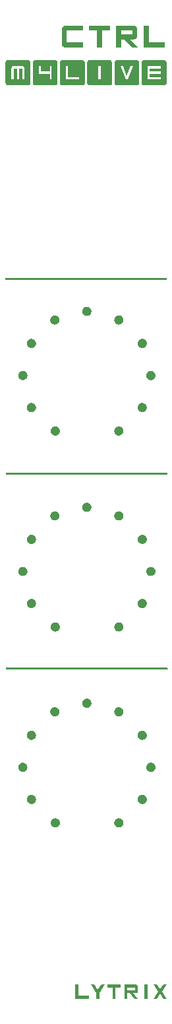
<source format=gbr>
G04 #@! TF.GenerationSoftware,KiCad,Pcbnew,7.0.2-0*
G04 #@! TF.CreationDate,2023-11-28T17:14:19+01:00*
G04 #@! TF.ProjectId,m4live_ctrl_frontpanel,6d346c69-7665-45f6-9374-726c5f66726f,rev?*
G04 #@! TF.SameCoordinates,Original*
G04 #@! TF.FileFunction,Legend,Top*
G04 #@! TF.FilePolarity,Positive*
%FSLAX46Y46*%
G04 Gerber Fmt 4.6, Leading zero omitted, Abs format (unit mm)*
G04 Created by KiCad (PCBNEW 7.0.2-0) date 2023-11-28 17:14:19*
%MOMM*%
%LPD*%
G01*
G04 APERTURE LIST*
%ADD10C,0.000000*%
%ADD11C,0.100000*%
%ADD12C,0.250000*%
%ADD13C,0.360000*%
G04 APERTURE END LIST*
D10*
G36*
X12591940Y-37709283D02*
G01*
X12620867Y-37711435D01*
X12649547Y-37714998D01*
X12677934Y-37719950D01*
X12705979Y-37726274D01*
X12733633Y-37733947D01*
X12760849Y-37742952D01*
X12787578Y-37753267D01*
X12813773Y-37764873D01*
X12839385Y-37777749D01*
X12864366Y-37791877D01*
X12888668Y-37807236D01*
X12912243Y-37823805D01*
X12935042Y-37841566D01*
X12957018Y-37860498D01*
X12978122Y-37880581D01*
X12998206Y-37901686D01*
X13017138Y-37923662D01*
X13034899Y-37946461D01*
X13051468Y-37970036D01*
X13066827Y-37994338D01*
X13080954Y-38019319D01*
X13093831Y-38044931D01*
X13105437Y-38071126D01*
X13115752Y-38097855D01*
X13124757Y-38125071D01*
X13132430Y-38152725D01*
X13138754Y-38180770D01*
X13143706Y-38209157D01*
X13147269Y-38237837D01*
X13149421Y-38266764D01*
X13150142Y-38295888D01*
X13149421Y-38325013D01*
X13147269Y-38353940D01*
X13143706Y-38382621D01*
X13138754Y-38411008D01*
X13132430Y-38439053D01*
X13124757Y-38466708D01*
X13115752Y-38493924D01*
X13105437Y-38520653D01*
X13093831Y-38546848D01*
X13080954Y-38572460D01*
X13066827Y-38597442D01*
X13051468Y-38621744D01*
X13034899Y-38645319D01*
X13017138Y-38668119D01*
X12998206Y-38690096D01*
X12978122Y-38711201D01*
X12957018Y-38731285D01*
X12935042Y-38750217D01*
X12912243Y-38767977D01*
X12888668Y-38784547D01*
X12864366Y-38799906D01*
X12839385Y-38814033D01*
X12813773Y-38826910D01*
X12787578Y-38838516D01*
X12760849Y-38848831D01*
X12733633Y-38857835D01*
X12705979Y-38865509D01*
X12677934Y-38871832D01*
X12649547Y-38876785D01*
X12620867Y-38880347D01*
X12591940Y-38882499D01*
X12562816Y-38883221D01*
X12533692Y-38882499D01*
X12504766Y-38880347D01*
X12476085Y-38876785D01*
X12447699Y-38871832D01*
X12419654Y-38865509D01*
X12392000Y-38857835D01*
X12364784Y-38848831D01*
X12338054Y-38838516D01*
X12311860Y-38826910D01*
X12286248Y-38814033D01*
X12261266Y-38799906D01*
X12236964Y-38784547D01*
X12213390Y-38767977D01*
X12190590Y-38750217D01*
X12168614Y-38731285D01*
X12147510Y-38711201D01*
X12127427Y-38690096D01*
X12108495Y-38668119D01*
X12090733Y-38645319D01*
X12074163Y-38621744D01*
X12058804Y-38597442D01*
X12044676Y-38572460D01*
X12031798Y-38546848D01*
X12020192Y-38520653D01*
X12009876Y-38493924D01*
X12000871Y-38466708D01*
X11993197Y-38439053D01*
X11986873Y-38411008D01*
X11981920Y-38382621D01*
X11978357Y-38353940D01*
X11976205Y-38325013D01*
X11975483Y-38295888D01*
X11976205Y-38266764D01*
X11978357Y-38237837D01*
X11981920Y-38209157D01*
X11986873Y-38180770D01*
X11993197Y-38152725D01*
X12000871Y-38125071D01*
X12009876Y-38097855D01*
X12020192Y-38071126D01*
X12031798Y-38044931D01*
X12044676Y-38019319D01*
X12058804Y-37994338D01*
X12074163Y-37970036D01*
X12090733Y-37946461D01*
X12108495Y-37923662D01*
X12127427Y-37901686D01*
X12147510Y-37880581D01*
X12168614Y-37860498D01*
X12190590Y-37841566D01*
X12213390Y-37823805D01*
X12236964Y-37807236D01*
X12261266Y-37791877D01*
X12286248Y-37777749D01*
X12311860Y-37764873D01*
X12338054Y-37753267D01*
X12364784Y-37742952D01*
X12392000Y-37733947D01*
X12419654Y-37726274D01*
X12447699Y-37719950D01*
X12476085Y-37714998D01*
X12504766Y-37711435D01*
X12533692Y-37709283D01*
X12562816Y-37708562D01*
X12591940Y-37709283D01*
G37*
G36*
X19712965Y-75169183D02*
G01*
X19741892Y-75171335D01*
X19770572Y-75174898D01*
X19798959Y-75179851D01*
X19827004Y-75186174D01*
X19854658Y-75193848D01*
X19881874Y-75202853D01*
X19908603Y-75213168D01*
X19934798Y-75224774D01*
X19960410Y-75237651D01*
X19985391Y-75251780D01*
X20009693Y-75267139D01*
X20033268Y-75283710D01*
X20056068Y-75301471D01*
X20078043Y-75320405D01*
X20099148Y-75340489D01*
X20119231Y-75361595D01*
X20138163Y-75383571D01*
X20155924Y-75406372D01*
X20172495Y-75429947D01*
X20187854Y-75454249D01*
X20201982Y-75479230D01*
X20214859Y-75504842D01*
X20226466Y-75531037D01*
X20236782Y-75557767D01*
X20245787Y-75584983D01*
X20253461Y-75612637D01*
X20259785Y-75640682D01*
X20264738Y-75669069D01*
X20268301Y-75697750D01*
X20270453Y-75726678D01*
X20271175Y-75755803D01*
X20270453Y-75784926D01*
X20268301Y-75813851D01*
X20264738Y-75842531D01*
X20259785Y-75870917D01*
X20253461Y-75898961D01*
X20245787Y-75926616D01*
X20236782Y-75953832D01*
X20226466Y-75980561D01*
X20214859Y-76006756D01*
X20201982Y-76032368D01*
X20187854Y-76057349D01*
X20172495Y-76081651D01*
X20155924Y-76105225D01*
X20138163Y-76128024D01*
X20119231Y-76149998D01*
X20099148Y-76171101D01*
X20078043Y-76191186D01*
X20056068Y-76210119D01*
X20033268Y-76227881D01*
X20009693Y-76244452D01*
X19985391Y-76259811D01*
X19960410Y-76273939D01*
X19934798Y-76286816D01*
X19908603Y-76298423D01*
X19881874Y-76308738D01*
X19854658Y-76317743D01*
X19827004Y-76325417D01*
X19798959Y-76331740D01*
X19770572Y-76336693D01*
X19741892Y-76340255D01*
X19712965Y-76342407D01*
X19683841Y-76343129D01*
X19654717Y-76342407D01*
X19625791Y-76340255D01*
X19597111Y-76336693D01*
X19568724Y-76331740D01*
X19540679Y-76325417D01*
X19513025Y-76317743D01*
X19485809Y-76308738D01*
X19459080Y-76298423D01*
X19432885Y-76286816D01*
X19407273Y-76273939D01*
X19382292Y-76259811D01*
X19357990Y-76244452D01*
X19334415Y-76227881D01*
X19311615Y-76210119D01*
X19289640Y-76191186D01*
X19268535Y-76171101D01*
X19248451Y-76149998D01*
X19229518Y-76128024D01*
X19211756Y-76105225D01*
X19195185Y-76081651D01*
X19179826Y-76057349D01*
X19165698Y-76032368D01*
X19152820Y-76006756D01*
X19141214Y-75980561D01*
X19130899Y-75953832D01*
X19121894Y-75926616D01*
X19114220Y-75898961D01*
X19107897Y-75870917D01*
X19102944Y-75842531D01*
X19099382Y-75813851D01*
X19097230Y-75784926D01*
X19096508Y-75755803D01*
X19097230Y-75726678D01*
X19099382Y-75697750D01*
X19102944Y-75669069D01*
X19107897Y-75640682D01*
X19114220Y-75612637D01*
X19121894Y-75584983D01*
X19130899Y-75557767D01*
X19141214Y-75531037D01*
X19152820Y-75504842D01*
X19165698Y-75479230D01*
X19179826Y-75454249D01*
X19195185Y-75429947D01*
X19211756Y-75406372D01*
X19229518Y-75383571D01*
X19248451Y-75361595D01*
X19268535Y-75340489D01*
X19289640Y-75320405D01*
X19311615Y-75301471D01*
X19334415Y-75283710D01*
X19357990Y-75267139D01*
X19382292Y-75251780D01*
X19407273Y-75237651D01*
X19432885Y-75224774D01*
X19459080Y-75213168D01*
X19485809Y-75202853D01*
X19513025Y-75193848D01*
X19540679Y-75186174D01*
X19568724Y-75179851D01*
X19597111Y-75174898D01*
X19625791Y-75171335D01*
X19654717Y-75169183D01*
X19683841Y-75168462D01*
X19712965Y-75169183D01*
G37*
G36*
X5470915Y-92070604D02*
G01*
X5499842Y-92072756D01*
X5528522Y-92076319D01*
X5556909Y-92081272D01*
X5584953Y-92087596D01*
X5612608Y-92095270D01*
X5639824Y-92104275D01*
X5666553Y-92114591D01*
X5692748Y-92126198D01*
X5718360Y-92139075D01*
X5743341Y-92153203D01*
X5767643Y-92168563D01*
X5791218Y-92185133D01*
X5814017Y-92202894D01*
X5835993Y-92221826D01*
X5857097Y-92241910D01*
X5877181Y-92263014D01*
X5896113Y-92284990D01*
X5913874Y-92307789D01*
X5930444Y-92331364D01*
X5945804Y-92355666D01*
X5959932Y-92380647D01*
X5972809Y-92406259D01*
X5984416Y-92432454D01*
X5994732Y-92459183D01*
X6003737Y-92486399D01*
X6011411Y-92514054D01*
X6017735Y-92542098D01*
X6022688Y-92570485D01*
X6026251Y-92599165D01*
X6028403Y-92628092D01*
X6029125Y-92657216D01*
X6028403Y-92686340D01*
X6026251Y-92715266D01*
X6022688Y-92743947D01*
X6017735Y-92772333D01*
X6011411Y-92800378D01*
X6003737Y-92828032D01*
X5994732Y-92855248D01*
X5984416Y-92881978D01*
X5972809Y-92908173D01*
X5959932Y-92933785D01*
X5945804Y-92958766D01*
X5930444Y-92983068D01*
X5913874Y-93006642D01*
X5896113Y-93029442D01*
X5877181Y-93051418D01*
X5857097Y-93072522D01*
X5835993Y-93092605D01*
X5814017Y-93111537D01*
X5791218Y-93129299D01*
X5767643Y-93145869D01*
X5743341Y-93161228D01*
X5718360Y-93175356D01*
X5692748Y-93188234D01*
X5666553Y-93199840D01*
X5639824Y-93210156D01*
X5612608Y-93219161D01*
X5584953Y-93226835D01*
X5556909Y-93233159D01*
X5528522Y-93238113D01*
X5499842Y-93241675D01*
X5470915Y-93243828D01*
X5441791Y-93244549D01*
X5412667Y-93243828D01*
X5383741Y-93241675D01*
X5355060Y-93238113D01*
X5326674Y-93233159D01*
X5298629Y-93226835D01*
X5270975Y-93219161D01*
X5243759Y-93210156D01*
X5217029Y-93199840D01*
X5190834Y-93188234D01*
X5165222Y-93175356D01*
X5140241Y-93161228D01*
X5115939Y-93145869D01*
X5092365Y-93129299D01*
X5069565Y-93111537D01*
X5047589Y-93092605D01*
X5026485Y-93072522D01*
X5006401Y-93051418D01*
X4987467Y-93029442D01*
X4969706Y-93006642D01*
X4953135Y-92983068D01*
X4937776Y-92958766D01*
X4923647Y-92933785D01*
X4910770Y-92908173D01*
X4899164Y-92881978D01*
X4888849Y-92855248D01*
X4879844Y-92828032D01*
X4872170Y-92800378D01*
X4865847Y-92772333D01*
X4860894Y-92743947D01*
X4857331Y-92715266D01*
X4855179Y-92686340D01*
X4854458Y-92657216D01*
X4855179Y-92628092D01*
X4857331Y-92599165D01*
X4860894Y-92570485D01*
X4865847Y-92542098D01*
X4872170Y-92514054D01*
X4879844Y-92486399D01*
X4888849Y-92459183D01*
X4899164Y-92432454D01*
X4910770Y-92406259D01*
X4923647Y-92380647D01*
X4937776Y-92355666D01*
X4953135Y-92331364D01*
X4969706Y-92307789D01*
X4987467Y-92284990D01*
X5006401Y-92263014D01*
X5026485Y-92241910D01*
X5047589Y-92221826D01*
X5069565Y-92202894D01*
X5092365Y-92185133D01*
X5115939Y-92168563D01*
X5140241Y-92153203D01*
X5165222Y-92139075D01*
X5190834Y-92126198D01*
X5217029Y-92114591D01*
X5243759Y-92104275D01*
X5270975Y-92095270D01*
X5298629Y-92087596D01*
X5326674Y-92081272D01*
X5355060Y-92076319D01*
X5383741Y-92072756D01*
X5412667Y-92070604D01*
X5441791Y-92069882D01*
X5470915Y-92070604D01*
G37*
G36*
X5470915Y-41820604D02*
G01*
X5499842Y-41822756D01*
X5528522Y-41826319D01*
X5556909Y-41831272D01*
X5584953Y-41837596D01*
X5612608Y-41845270D01*
X5639824Y-41854275D01*
X5666553Y-41864591D01*
X5692748Y-41876198D01*
X5718360Y-41889075D01*
X5743341Y-41903203D01*
X5767643Y-41918563D01*
X5791218Y-41935133D01*
X5814017Y-41952894D01*
X5835993Y-41971826D01*
X5857097Y-41991910D01*
X5877181Y-42013014D01*
X5896113Y-42034990D01*
X5913874Y-42057789D01*
X5930444Y-42081364D01*
X5945804Y-42105666D01*
X5959932Y-42130647D01*
X5972809Y-42156259D01*
X5984416Y-42182454D01*
X5994732Y-42209183D01*
X6003737Y-42236399D01*
X6011411Y-42264054D01*
X6017735Y-42292098D01*
X6022688Y-42320485D01*
X6026251Y-42349165D01*
X6028403Y-42378092D01*
X6029125Y-42407216D01*
X6028403Y-42436340D01*
X6026251Y-42465266D01*
X6022688Y-42493947D01*
X6017735Y-42522333D01*
X6011411Y-42550378D01*
X6003737Y-42578032D01*
X5994732Y-42605248D01*
X5984416Y-42631978D01*
X5972809Y-42658173D01*
X5959932Y-42683785D01*
X5945804Y-42708766D01*
X5930444Y-42733068D01*
X5913874Y-42756642D01*
X5896113Y-42779442D01*
X5877181Y-42801418D01*
X5857097Y-42822522D01*
X5835993Y-42842605D01*
X5814017Y-42861537D01*
X5791218Y-42879299D01*
X5767643Y-42895869D01*
X5743341Y-42911228D01*
X5718360Y-42925356D01*
X5692748Y-42938234D01*
X5666553Y-42949840D01*
X5639824Y-42960156D01*
X5612608Y-42969161D01*
X5584953Y-42976835D01*
X5556909Y-42983159D01*
X5528522Y-42988113D01*
X5499842Y-42991675D01*
X5470915Y-42993828D01*
X5441791Y-42994549D01*
X5412667Y-42993828D01*
X5383741Y-42991675D01*
X5355060Y-42988113D01*
X5326674Y-42983159D01*
X5298629Y-42976835D01*
X5270975Y-42969161D01*
X5243759Y-42960156D01*
X5217029Y-42949840D01*
X5190834Y-42938234D01*
X5165222Y-42925356D01*
X5140241Y-42911228D01*
X5115939Y-42895869D01*
X5092365Y-42879299D01*
X5069565Y-42861537D01*
X5047589Y-42842605D01*
X5026485Y-42822522D01*
X5006401Y-42801418D01*
X4987467Y-42779442D01*
X4969706Y-42756642D01*
X4953135Y-42733068D01*
X4937776Y-42708766D01*
X4923647Y-42683785D01*
X4910770Y-42658173D01*
X4899164Y-42631978D01*
X4888849Y-42605248D01*
X4879844Y-42578032D01*
X4872170Y-42550378D01*
X4865847Y-42522333D01*
X4860894Y-42493947D01*
X4857331Y-42465266D01*
X4855179Y-42436340D01*
X4854458Y-42407216D01*
X4855179Y-42378092D01*
X4857331Y-42349165D01*
X4860894Y-42320485D01*
X4865847Y-42292098D01*
X4872170Y-42264054D01*
X4879844Y-42236399D01*
X4888849Y-42209183D01*
X4899164Y-42182454D01*
X4910770Y-42156259D01*
X4923647Y-42130647D01*
X4937776Y-42105666D01*
X4953135Y-42081364D01*
X4969706Y-42057789D01*
X4987467Y-42034990D01*
X5006401Y-42013014D01*
X5026485Y-41991910D01*
X5047589Y-41971826D01*
X5069565Y-41952894D01*
X5092365Y-41935133D01*
X5115939Y-41918563D01*
X5140241Y-41903203D01*
X5165222Y-41889075D01*
X5190834Y-41876198D01*
X5217029Y-41864591D01*
X5243759Y-41854275D01*
X5270975Y-41845270D01*
X5298629Y-41837596D01*
X5326674Y-41831272D01*
X5355060Y-41826319D01*
X5383741Y-41822756D01*
X5412667Y-41820604D01*
X5441791Y-41819882D01*
X5470915Y-41820604D01*
G37*
G36*
X22875088Y-84235417D02*
G01*
X2132900Y-84235417D01*
X2132900Y-83969792D01*
X22875088Y-83969792D01*
X22875088Y-84235417D01*
G37*
G36*
X19712965Y-41820604D02*
G01*
X19741892Y-41822756D01*
X19770572Y-41826319D01*
X19798959Y-41831272D01*
X19827004Y-41837596D01*
X19854658Y-41845270D01*
X19881874Y-41854275D01*
X19908603Y-41864591D01*
X19934798Y-41876198D01*
X19960410Y-41889075D01*
X19985391Y-41903203D01*
X20009693Y-41918563D01*
X20033268Y-41935133D01*
X20056068Y-41952894D01*
X20078043Y-41971826D01*
X20099148Y-41991910D01*
X20119231Y-42013014D01*
X20138163Y-42034990D01*
X20155924Y-42057789D01*
X20172495Y-42081364D01*
X20187854Y-42105666D01*
X20201982Y-42130647D01*
X20214859Y-42156259D01*
X20226466Y-42182454D01*
X20236782Y-42209183D01*
X20245787Y-42236399D01*
X20253461Y-42264054D01*
X20259785Y-42292098D01*
X20264738Y-42320485D01*
X20268301Y-42349165D01*
X20270453Y-42378092D01*
X20271175Y-42407216D01*
X20270453Y-42436340D01*
X20268301Y-42465266D01*
X20264738Y-42493947D01*
X20259785Y-42522333D01*
X20253461Y-42550378D01*
X20245787Y-42578032D01*
X20236782Y-42605248D01*
X20226466Y-42631978D01*
X20214859Y-42658173D01*
X20201982Y-42683785D01*
X20187854Y-42708766D01*
X20172495Y-42733068D01*
X20155924Y-42756642D01*
X20138163Y-42779442D01*
X20119231Y-42801418D01*
X20099148Y-42822522D01*
X20078043Y-42842605D01*
X20056068Y-42861537D01*
X20033268Y-42879299D01*
X20009693Y-42895869D01*
X19985391Y-42911228D01*
X19960410Y-42925356D01*
X19934798Y-42938234D01*
X19908603Y-42949840D01*
X19881874Y-42960156D01*
X19854658Y-42969161D01*
X19827004Y-42976835D01*
X19798959Y-42983159D01*
X19770572Y-42988113D01*
X19741892Y-42991675D01*
X19712965Y-42993828D01*
X19683841Y-42994549D01*
X19654717Y-42993828D01*
X19625791Y-42991675D01*
X19597111Y-42988113D01*
X19568724Y-42983159D01*
X19540679Y-42976835D01*
X19513025Y-42969161D01*
X19485809Y-42960156D01*
X19459080Y-42949840D01*
X19432885Y-42938234D01*
X19407273Y-42925356D01*
X19382292Y-42911228D01*
X19357990Y-42895869D01*
X19334415Y-42879299D01*
X19311615Y-42861537D01*
X19289640Y-42842605D01*
X19268535Y-42822522D01*
X19248451Y-42801418D01*
X19229518Y-42779442D01*
X19211756Y-42756642D01*
X19195185Y-42733068D01*
X19179826Y-42708766D01*
X19165698Y-42683785D01*
X19152820Y-42658173D01*
X19141214Y-42631978D01*
X19130899Y-42605248D01*
X19121894Y-42578032D01*
X19114220Y-42550378D01*
X19107897Y-42522333D01*
X19102944Y-42493947D01*
X19099382Y-42465266D01*
X19097230Y-42436340D01*
X19096508Y-42407216D01*
X19097230Y-42378092D01*
X19099382Y-42349165D01*
X19102944Y-42320485D01*
X19107897Y-42292098D01*
X19114220Y-42264054D01*
X19121894Y-42236399D01*
X19130899Y-42209183D01*
X19141214Y-42182454D01*
X19152820Y-42156259D01*
X19165698Y-42130647D01*
X19179826Y-42105666D01*
X19195185Y-42081364D01*
X19211756Y-42057789D01*
X19229518Y-42034990D01*
X19248451Y-42013014D01*
X19268535Y-41991910D01*
X19289640Y-41971826D01*
X19311615Y-41952894D01*
X19334415Y-41935133D01*
X19357990Y-41918563D01*
X19382292Y-41903203D01*
X19407273Y-41889075D01*
X19432885Y-41876198D01*
X19459080Y-41864591D01*
X19485809Y-41854275D01*
X19513025Y-41845270D01*
X19540679Y-41837596D01*
X19568724Y-41831272D01*
X19597111Y-41826319D01*
X19625791Y-41822756D01*
X19654717Y-41820604D01*
X19683841Y-41819882D01*
X19712965Y-41820604D01*
G37*
G36*
X19712965Y-100293252D02*
G01*
X19741892Y-100295404D01*
X19770572Y-100298967D01*
X19798959Y-100303920D01*
X19827004Y-100310243D01*
X19854658Y-100317917D01*
X19881874Y-100326922D01*
X19908603Y-100337237D01*
X19934798Y-100348843D01*
X19960410Y-100361720D01*
X19985391Y-100375849D01*
X20009693Y-100391208D01*
X20033268Y-100407779D01*
X20056068Y-100425540D01*
X20078043Y-100444474D01*
X20099148Y-100464558D01*
X20119231Y-100485664D01*
X20138163Y-100507640D01*
X20155924Y-100530441D01*
X20172495Y-100554016D01*
X20187854Y-100578318D01*
X20201982Y-100603299D01*
X20214859Y-100628911D01*
X20226466Y-100655106D01*
X20236782Y-100681836D01*
X20245787Y-100709052D01*
X20253461Y-100736706D01*
X20259785Y-100764751D01*
X20264738Y-100793138D01*
X20268301Y-100821819D01*
X20270453Y-100850747D01*
X20271175Y-100879872D01*
X20270453Y-100908995D01*
X20268301Y-100937920D01*
X20264738Y-100966600D01*
X20259785Y-100994986D01*
X20253461Y-101023030D01*
X20245787Y-101050685D01*
X20236782Y-101077901D01*
X20226466Y-101104630D01*
X20214859Y-101130825D01*
X20201982Y-101156437D01*
X20187854Y-101181418D01*
X20172495Y-101205720D01*
X20155924Y-101229294D01*
X20138163Y-101252093D01*
X20119231Y-101274067D01*
X20099148Y-101295170D01*
X20078043Y-101315255D01*
X20056068Y-101334188D01*
X20033268Y-101351950D01*
X20009693Y-101368521D01*
X19985391Y-101383880D01*
X19960410Y-101398008D01*
X19934798Y-101410885D01*
X19908603Y-101422492D01*
X19881874Y-101432807D01*
X19854658Y-101441812D01*
X19827004Y-101449486D01*
X19798959Y-101455809D01*
X19770572Y-101460762D01*
X19741892Y-101464324D01*
X19712965Y-101466476D01*
X19683841Y-101467198D01*
X19654717Y-101466476D01*
X19625791Y-101464324D01*
X19597111Y-101460762D01*
X19568724Y-101455809D01*
X19540679Y-101449486D01*
X19513025Y-101441812D01*
X19485809Y-101432807D01*
X19459080Y-101422492D01*
X19432885Y-101410885D01*
X19407273Y-101398008D01*
X19382292Y-101383880D01*
X19357990Y-101368521D01*
X19334415Y-101351950D01*
X19311615Y-101334188D01*
X19289640Y-101315255D01*
X19268535Y-101295170D01*
X19248451Y-101274067D01*
X19229518Y-101252093D01*
X19211756Y-101229294D01*
X19195185Y-101205720D01*
X19179826Y-101181418D01*
X19165698Y-101156437D01*
X19152820Y-101130825D01*
X19141214Y-101104630D01*
X19130899Y-101077901D01*
X19121894Y-101050685D01*
X19114220Y-101023030D01*
X19107897Y-100994986D01*
X19102944Y-100966600D01*
X19099382Y-100937920D01*
X19097230Y-100908995D01*
X19096508Y-100879872D01*
X19097230Y-100850747D01*
X19099382Y-100821819D01*
X19102944Y-100793138D01*
X19107897Y-100764751D01*
X19114220Y-100736706D01*
X19121894Y-100709052D01*
X19130899Y-100681836D01*
X19141214Y-100655106D01*
X19152820Y-100628911D01*
X19165698Y-100603299D01*
X19179826Y-100578318D01*
X19195185Y-100554016D01*
X19211756Y-100530441D01*
X19229518Y-100507640D01*
X19248451Y-100485664D01*
X19268535Y-100464558D01*
X19289640Y-100444474D01*
X19311615Y-100425540D01*
X19334415Y-100407779D01*
X19357990Y-100391208D01*
X19382292Y-100375849D01*
X19407273Y-100361720D01*
X19432885Y-100348843D01*
X19459080Y-100337237D01*
X19485809Y-100326922D01*
X19513025Y-100317917D01*
X19540679Y-100310243D01*
X19568724Y-100303920D01*
X19597111Y-100298967D01*
X19625791Y-100295404D01*
X19654717Y-100293252D01*
X19683841Y-100292531D01*
X19712965Y-100293252D01*
G37*
G36*
X12591940Y-87959283D02*
G01*
X12620867Y-87961435D01*
X12649547Y-87964998D01*
X12677934Y-87969950D01*
X12705979Y-87976274D01*
X12733633Y-87983947D01*
X12760849Y-87992952D01*
X12787578Y-88003267D01*
X12813773Y-88014873D01*
X12839385Y-88027749D01*
X12864366Y-88041877D01*
X12888668Y-88057236D01*
X12912243Y-88073805D01*
X12935042Y-88091566D01*
X12957018Y-88110498D01*
X12978122Y-88130581D01*
X12998206Y-88151686D01*
X13017138Y-88173662D01*
X13034899Y-88196461D01*
X13051468Y-88220036D01*
X13066827Y-88244338D01*
X13080954Y-88269319D01*
X13093831Y-88294931D01*
X13105437Y-88321126D01*
X13115752Y-88347855D01*
X13124757Y-88375071D01*
X13132430Y-88402725D01*
X13138754Y-88430770D01*
X13143706Y-88459157D01*
X13147269Y-88487837D01*
X13149421Y-88516764D01*
X13150142Y-88545888D01*
X13149421Y-88575013D01*
X13147269Y-88603940D01*
X13143706Y-88632621D01*
X13138754Y-88661008D01*
X13132430Y-88689053D01*
X13124757Y-88716708D01*
X13115752Y-88743924D01*
X13105437Y-88770653D01*
X13093831Y-88796848D01*
X13080954Y-88822460D01*
X13066827Y-88847442D01*
X13051468Y-88871744D01*
X13034899Y-88895319D01*
X13017138Y-88918119D01*
X12998206Y-88940096D01*
X12978122Y-88961201D01*
X12957018Y-88981285D01*
X12935042Y-89000217D01*
X12912243Y-89017977D01*
X12888668Y-89034547D01*
X12864366Y-89049906D01*
X12839385Y-89064033D01*
X12813773Y-89076910D01*
X12787578Y-89088516D01*
X12760849Y-89098831D01*
X12733633Y-89107835D01*
X12705979Y-89115509D01*
X12677934Y-89121832D01*
X12649547Y-89126785D01*
X12620867Y-89130347D01*
X12591940Y-89132499D01*
X12562816Y-89133221D01*
X12533692Y-89132499D01*
X12504766Y-89130347D01*
X12476085Y-89126785D01*
X12447699Y-89121832D01*
X12419654Y-89115509D01*
X12392000Y-89107835D01*
X12364784Y-89098831D01*
X12338054Y-89088516D01*
X12311860Y-89076910D01*
X12286248Y-89064033D01*
X12261266Y-89049906D01*
X12236964Y-89034547D01*
X12213390Y-89017977D01*
X12190590Y-89000217D01*
X12168614Y-88981285D01*
X12147510Y-88961201D01*
X12127427Y-88940096D01*
X12108495Y-88918119D01*
X12090733Y-88895319D01*
X12074163Y-88871744D01*
X12058804Y-88847442D01*
X12044676Y-88822460D01*
X12031798Y-88796848D01*
X12020192Y-88770653D01*
X12009876Y-88743924D01*
X12000871Y-88716708D01*
X11993197Y-88689053D01*
X11986873Y-88661008D01*
X11981920Y-88632621D01*
X11978357Y-88603940D01*
X11976205Y-88575013D01*
X11975483Y-88545888D01*
X11976205Y-88516764D01*
X11978357Y-88487837D01*
X11981920Y-88459157D01*
X11986873Y-88430770D01*
X11993197Y-88402725D01*
X12000871Y-88375071D01*
X12009876Y-88347855D01*
X12020192Y-88321126D01*
X12031798Y-88294931D01*
X12044676Y-88269319D01*
X12058804Y-88244338D01*
X12074163Y-88220036D01*
X12090733Y-88196461D01*
X12108495Y-88173662D01*
X12127427Y-88151686D01*
X12147510Y-88130581D01*
X12168614Y-88110498D01*
X12190590Y-88091566D01*
X12213390Y-88073805D01*
X12236964Y-88057236D01*
X12261266Y-88041877D01*
X12286248Y-88027749D01*
X12311860Y-88014873D01*
X12338054Y-88003267D01*
X12364784Y-87992952D01*
X12392000Y-87983947D01*
X12419654Y-87976274D01*
X12447699Y-87969950D01*
X12476085Y-87964998D01*
X12504766Y-87961435D01*
X12533692Y-87959283D01*
X12562816Y-87958562D01*
X12591940Y-87959283D01*
G37*
G36*
X4369284Y-96181940D02*
G01*
X4398210Y-96184092D01*
X4426891Y-96187654D01*
X4455278Y-96192607D01*
X4483322Y-96198930D01*
X4510977Y-96206603D01*
X4538193Y-96215607D01*
X4564922Y-96225922D01*
X4591117Y-96237528D01*
X4616729Y-96250404D01*
X4641710Y-96264531D01*
X4666012Y-96279889D01*
X4689587Y-96296458D01*
X4712386Y-96314217D01*
X4734362Y-96333148D01*
X4755466Y-96353230D01*
X4775550Y-96374336D01*
X4794482Y-96396312D01*
X4812243Y-96419112D01*
X4828813Y-96442688D01*
X4844172Y-96466990D01*
X4858301Y-96491971D01*
X4871178Y-96517583D01*
X4882785Y-96543778D01*
X4893100Y-96570508D01*
X4902105Y-96597724D01*
X4909780Y-96625378D01*
X4916104Y-96653423D01*
X4921057Y-96681810D01*
X4924620Y-96710491D01*
X4926772Y-96739419D01*
X4927494Y-96768544D01*
X4926772Y-96797669D01*
X4924620Y-96826596D01*
X4921057Y-96855278D01*
X4916104Y-96883664D01*
X4909780Y-96911709D01*
X4902105Y-96939363D01*
X4893100Y-96966579D01*
X4882785Y-96993308D01*
X4871178Y-97019502D01*
X4858301Y-97045113D01*
X4844172Y-97070093D01*
X4828813Y-97094394D01*
X4812243Y-97117967D01*
X4794482Y-97140765D01*
X4775550Y-97162740D01*
X4755466Y-97183842D01*
X4734362Y-97203927D01*
X4712386Y-97222860D01*
X4689587Y-97240622D01*
X4666012Y-97257192D01*
X4641710Y-97272552D01*
X4616729Y-97286680D01*
X4591117Y-97299557D01*
X4564922Y-97311164D01*
X4538193Y-97321479D01*
X4510977Y-97330484D01*
X4483322Y-97338158D01*
X4455278Y-97344481D01*
X4426891Y-97349434D01*
X4398210Y-97352996D01*
X4369284Y-97355148D01*
X4340160Y-97355870D01*
X4311036Y-97355148D01*
X4282110Y-97352996D01*
X4253429Y-97349434D01*
X4225043Y-97344481D01*
X4196998Y-97338158D01*
X4169344Y-97330484D01*
X4142128Y-97321479D01*
X4115398Y-97311164D01*
X4089203Y-97299557D01*
X4063591Y-97286680D01*
X4038610Y-97272552D01*
X4014308Y-97257192D01*
X3990733Y-97240622D01*
X3967934Y-97222860D01*
X3945958Y-97203927D01*
X3924854Y-97183842D01*
X3904771Y-97162740D01*
X3885838Y-97140765D01*
X3868077Y-97117967D01*
X3851507Y-97094394D01*
X3836148Y-97070093D01*
X3822020Y-97045113D01*
X3809142Y-97019502D01*
X3797536Y-96993308D01*
X3787220Y-96966579D01*
X3778215Y-96939363D01*
X3770540Y-96911709D01*
X3764217Y-96883664D01*
X3759263Y-96855278D01*
X3755701Y-96826596D01*
X3753548Y-96797669D01*
X3752826Y-96768544D01*
X3753548Y-96739419D01*
X3755701Y-96710491D01*
X3759263Y-96681810D01*
X3764217Y-96653423D01*
X3770540Y-96625378D01*
X3778215Y-96597724D01*
X3787220Y-96570508D01*
X3797536Y-96543778D01*
X3809142Y-96517583D01*
X3822020Y-96491971D01*
X3836148Y-96466990D01*
X3851507Y-96442688D01*
X3868077Y-96419112D01*
X3885838Y-96396312D01*
X3904771Y-96374336D01*
X3924854Y-96353230D01*
X3945958Y-96333148D01*
X3967934Y-96314217D01*
X3990733Y-96296458D01*
X4014308Y-96279889D01*
X4038610Y-96264531D01*
X4063591Y-96250404D01*
X4089203Y-96237528D01*
X4115398Y-96225922D01*
X4142128Y-96215607D01*
X4169344Y-96206603D01*
X4196998Y-96198930D01*
X4225043Y-96192607D01*
X4253429Y-96187654D01*
X4282110Y-96184092D01*
X4311036Y-96181940D01*
X4340160Y-96181218D01*
X4369284Y-96181940D01*
G37*
G36*
X5470915Y-50043252D02*
G01*
X5499842Y-50045404D01*
X5528522Y-50048967D01*
X5556909Y-50053920D01*
X5584953Y-50060243D01*
X5612608Y-50067917D01*
X5639824Y-50076922D01*
X5666553Y-50087237D01*
X5692748Y-50098843D01*
X5718360Y-50111720D01*
X5743341Y-50125849D01*
X5767643Y-50141208D01*
X5791218Y-50157779D01*
X5814017Y-50175540D01*
X5835993Y-50194474D01*
X5857097Y-50214558D01*
X5877181Y-50235664D01*
X5896113Y-50257640D01*
X5913874Y-50280441D01*
X5930444Y-50304016D01*
X5945804Y-50328318D01*
X5959932Y-50353299D01*
X5972809Y-50378911D01*
X5984416Y-50405106D01*
X5994732Y-50431836D01*
X6003737Y-50459052D01*
X6011411Y-50486706D01*
X6017735Y-50514751D01*
X6022688Y-50543138D01*
X6026251Y-50571819D01*
X6028403Y-50600747D01*
X6029125Y-50629872D01*
X6028403Y-50658995D01*
X6026251Y-50687920D01*
X6022688Y-50716600D01*
X6017735Y-50744986D01*
X6011411Y-50773030D01*
X6003737Y-50800685D01*
X5994732Y-50827901D01*
X5984416Y-50854630D01*
X5972809Y-50880825D01*
X5959932Y-50906437D01*
X5945804Y-50931418D01*
X5930444Y-50955720D01*
X5913874Y-50979294D01*
X5896113Y-51002093D01*
X5877181Y-51024067D01*
X5857097Y-51045170D01*
X5835993Y-51065255D01*
X5814017Y-51084188D01*
X5791218Y-51101950D01*
X5767643Y-51118521D01*
X5743341Y-51133880D01*
X5718360Y-51148008D01*
X5692748Y-51160885D01*
X5666553Y-51172492D01*
X5639824Y-51182807D01*
X5612608Y-51191812D01*
X5584953Y-51199486D01*
X5556909Y-51205809D01*
X5528522Y-51210762D01*
X5499842Y-51214324D01*
X5470915Y-51216476D01*
X5441791Y-51217198D01*
X5412667Y-51216476D01*
X5383741Y-51214324D01*
X5355060Y-51210762D01*
X5326674Y-51205809D01*
X5298629Y-51199486D01*
X5270975Y-51191812D01*
X5243759Y-51182807D01*
X5217029Y-51172492D01*
X5190834Y-51160885D01*
X5165222Y-51148008D01*
X5140241Y-51133880D01*
X5115939Y-51118521D01*
X5092365Y-51101950D01*
X5069565Y-51084188D01*
X5047589Y-51065255D01*
X5026485Y-51045170D01*
X5006401Y-51024067D01*
X4987467Y-51002093D01*
X4969706Y-50979294D01*
X4953135Y-50955720D01*
X4937776Y-50931418D01*
X4923647Y-50906437D01*
X4910770Y-50880825D01*
X4899164Y-50854630D01*
X4888849Y-50827901D01*
X4879844Y-50800685D01*
X4872170Y-50773030D01*
X4865847Y-50744986D01*
X4860894Y-50716600D01*
X4857331Y-50687920D01*
X4855179Y-50658995D01*
X4854458Y-50629872D01*
X4855179Y-50600747D01*
X4857331Y-50571819D01*
X4860894Y-50543138D01*
X4865847Y-50514751D01*
X4872170Y-50486706D01*
X4879844Y-50459052D01*
X4888849Y-50431836D01*
X4899164Y-50405106D01*
X4910770Y-50378911D01*
X4923647Y-50353299D01*
X4937776Y-50328318D01*
X4953135Y-50304016D01*
X4969706Y-50280441D01*
X4987467Y-50257640D01*
X5006401Y-50235664D01*
X5026485Y-50214558D01*
X5047589Y-50194474D01*
X5069565Y-50175540D01*
X5092365Y-50157779D01*
X5115939Y-50141208D01*
X5140241Y-50125849D01*
X5165222Y-50111720D01*
X5190834Y-50098843D01*
X5217029Y-50087237D01*
X5243759Y-50076922D01*
X5270975Y-50067917D01*
X5298629Y-50060243D01*
X5326674Y-50053920D01*
X5355060Y-50048967D01*
X5383741Y-50045404D01*
X5412667Y-50043252D01*
X5441791Y-50042531D01*
X5470915Y-50043252D01*
G37*
G36*
X16703268Y-38810914D02*
G01*
X16732195Y-38813066D01*
X16760875Y-38816629D01*
X16789262Y-38821582D01*
X16817307Y-38827905D01*
X16844961Y-38835579D01*
X16872177Y-38844583D01*
X16898906Y-38854898D01*
X16925101Y-38866504D01*
X16950713Y-38879381D01*
X16975694Y-38893508D01*
X16999996Y-38908867D01*
X17023571Y-38925437D01*
X17046371Y-38943197D01*
X17068346Y-38962129D01*
X17089451Y-38982213D01*
X17109534Y-39003318D01*
X17128466Y-39025295D01*
X17146227Y-39048095D01*
X17162796Y-39071670D01*
X17178155Y-39095972D01*
X17192283Y-39120954D01*
X17205159Y-39146566D01*
X17216765Y-39172761D01*
X17227080Y-39199490D01*
X17236085Y-39226706D01*
X17243758Y-39254361D01*
X17250082Y-39282405D01*
X17255034Y-39310793D01*
X17258597Y-39339474D01*
X17260749Y-39368401D01*
X17261471Y-39397526D01*
X17260749Y-39426650D01*
X17258597Y-39455577D01*
X17255034Y-39484257D01*
X17250082Y-39512644D01*
X17243758Y-39540688D01*
X17236085Y-39568343D01*
X17227080Y-39595559D01*
X17216765Y-39622288D01*
X17205159Y-39648483D01*
X17192283Y-39674095D01*
X17178155Y-39699076D01*
X17162796Y-39723378D01*
X17146227Y-39746953D01*
X17128466Y-39769752D01*
X17109534Y-39791728D01*
X17089451Y-39812832D01*
X17068346Y-39832916D01*
X17046371Y-39851848D01*
X17023571Y-39869609D01*
X16999996Y-39886178D01*
X16975694Y-39901537D01*
X16950713Y-39915664D01*
X16925101Y-39928541D01*
X16898906Y-39940147D01*
X16872177Y-39950462D01*
X16844961Y-39959467D01*
X16817307Y-39967140D01*
X16789262Y-39973464D01*
X16760875Y-39978416D01*
X16732195Y-39981979D01*
X16703268Y-39984131D01*
X16674145Y-39984852D01*
X16645019Y-39984131D01*
X16616092Y-39981979D01*
X16587411Y-39978416D01*
X16559024Y-39973464D01*
X16530979Y-39967140D01*
X16503324Y-39959467D01*
X16476108Y-39950462D01*
X16449379Y-39940147D01*
X16423184Y-39928541D01*
X16397572Y-39915664D01*
X16372591Y-39901537D01*
X16348288Y-39886178D01*
X16324713Y-39869609D01*
X16301913Y-39851848D01*
X16279936Y-39832916D01*
X16258831Y-39812832D01*
X16238749Y-39791728D01*
X16219818Y-39769752D01*
X16202058Y-39746953D01*
X16185488Y-39723378D01*
X16170130Y-39699076D01*
X16156002Y-39674095D01*
X16143125Y-39648483D01*
X16131519Y-39622288D01*
X16121204Y-39595559D01*
X16112199Y-39568343D01*
X16104524Y-39540688D01*
X16098201Y-39512644D01*
X16093248Y-39484257D01*
X16089685Y-39455577D01*
X16087533Y-39426650D01*
X16086811Y-39397526D01*
X16087533Y-39368401D01*
X16089685Y-39339474D01*
X16093248Y-39310793D01*
X16098201Y-39282405D01*
X16104524Y-39254361D01*
X16112199Y-39226706D01*
X16121204Y-39199490D01*
X16131519Y-39172761D01*
X16143125Y-39146566D01*
X16156002Y-39120954D01*
X16170130Y-39095972D01*
X16185488Y-39071670D01*
X16202058Y-39048095D01*
X16219818Y-39025295D01*
X16238749Y-39003318D01*
X16258831Y-38982213D01*
X16279936Y-38962129D01*
X16301913Y-38943197D01*
X16324713Y-38925437D01*
X16348288Y-38908867D01*
X16372591Y-38893508D01*
X16397572Y-38879381D01*
X16423184Y-38866504D01*
X16449379Y-38854898D01*
X16476108Y-38844583D01*
X16503324Y-38835579D01*
X16530979Y-38827905D01*
X16559024Y-38821582D01*
X16587411Y-38816629D01*
X16616092Y-38813066D01*
X16645019Y-38810914D01*
X16674145Y-38810193D01*
X16703268Y-38810914D01*
G37*
D11*
X2132236Y-84102223D02*
X22874576Y-84102223D01*
D10*
G36*
X19712965Y-66946535D02*
G01*
X19741892Y-66948687D01*
X19770572Y-66952250D01*
X19798959Y-66957203D01*
X19827004Y-66963527D01*
X19854658Y-66971201D01*
X19881874Y-66980206D01*
X19908603Y-66990522D01*
X19934798Y-67002129D01*
X19960410Y-67015006D01*
X19985391Y-67029134D01*
X20009693Y-67044494D01*
X20033268Y-67061064D01*
X20056068Y-67078825D01*
X20078043Y-67097757D01*
X20099148Y-67117841D01*
X20119231Y-67138945D01*
X20138163Y-67160921D01*
X20155924Y-67183720D01*
X20172495Y-67207295D01*
X20187854Y-67231597D01*
X20201982Y-67256578D01*
X20214859Y-67282190D01*
X20226466Y-67308385D01*
X20236782Y-67335114D01*
X20245787Y-67362330D01*
X20253461Y-67389985D01*
X20259785Y-67418029D01*
X20264738Y-67446416D01*
X20268301Y-67475096D01*
X20270453Y-67504023D01*
X20271175Y-67533147D01*
X20270453Y-67562271D01*
X20268301Y-67591197D01*
X20264738Y-67619878D01*
X20259785Y-67648264D01*
X20253461Y-67676309D01*
X20245787Y-67703963D01*
X20236782Y-67731179D01*
X20226466Y-67757909D01*
X20214859Y-67784104D01*
X20201982Y-67809716D01*
X20187854Y-67834697D01*
X20172495Y-67858999D01*
X20155924Y-67882573D01*
X20138163Y-67905373D01*
X20119231Y-67927349D01*
X20099148Y-67948453D01*
X20078043Y-67968536D01*
X20056068Y-67987468D01*
X20033268Y-68005230D01*
X20009693Y-68021800D01*
X19985391Y-68037159D01*
X19960410Y-68051287D01*
X19934798Y-68064165D01*
X19908603Y-68075771D01*
X19881874Y-68086087D01*
X19854658Y-68095092D01*
X19827004Y-68102766D01*
X19798959Y-68109090D01*
X19770572Y-68114044D01*
X19741892Y-68117606D01*
X19712965Y-68119759D01*
X19683841Y-68120480D01*
X19654717Y-68119759D01*
X19625791Y-68117606D01*
X19597111Y-68114044D01*
X19568724Y-68109090D01*
X19540679Y-68102766D01*
X19513025Y-68095092D01*
X19485809Y-68086087D01*
X19459080Y-68075771D01*
X19432885Y-68064165D01*
X19407273Y-68051287D01*
X19382292Y-68037159D01*
X19357990Y-68021800D01*
X19334415Y-68005230D01*
X19311615Y-67987468D01*
X19289640Y-67968536D01*
X19268535Y-67948453D01*
X19248451Y-67927349D01*
X19229518Y-67905373D01*
X19211756Y-67882573D01*
X19195185Y-67858999D01*
X19179826Y-67834697D01*
X19165698Y-67809716D01*
X19152820Y-67784104D01*
X19141214Y-67757909D01*
X19130899Y-67731179D01*
X19121894Y-67703963D01*
X19114220Y-67676309D01*
X19107897Y-67648264D01*
X19102944Y-67619878D01*
X19099382Y-67591197D01*
X19097230Y-67562271D01*
X19096508Y-67533147D01*
X19097230Y-67504023D01*
X19099382Y-67475096D01*
X19102944Y-67446416D01*
X19107897Y-67418029D01*
X19114220Y-67389985D01*
X19121894Y-67362330D01*
X19130899Y-67335114D01*
X19141214Y-67308385D01*
X19152820Y-67282190D01*
X19165698Y-67256578D01*
X19179826Y-67231597D01*
X19195185Y-67207295D01*
X19211756Y-67183720D01*
X19229518Y-67160921D01*
X19248451Y-67138945D01*
X19268535Y-67117841D01*
X19289640Y-67097757D01*
X19311615Y-67078825D01*
X19334415Y-67061064D01*
X19357990Y-67044494D01*
X19382292Y-67029134D01*
X19407273Y-67015006D01*
X19432885Y-67002129D01*
X19459080Y-66990522D01*
X19485809Y-66980206D01*
X19513025Y-66971201D01*
X19540679Y-66963527D01*
X19568724Y-66957203D01*
X19597111Y-66952250D01*
X19625791Y-66948687D01*
X19654717Y-66946535D01*
X19683841Y-66945813D01*
X19712965Y-66946535D01*
G37*
G36*
X8480612Y-89060914D02*
G01*
X8509539Y-89063066D01*
X8538219Y-89066629D01*
X8566606Y-89071582D01*
X8594650Y-89077905D01*
X8622305Y-89085579D01*
X8649521Y-89094583D01*
X8676250Y-89104898D01*
X8702445Y-89116504D01*
X8728057Y-89129381D01*
X8753038Y-89143508D01*
X8777340Y-89158867D01*
X8800915Y-89175437D01*
X8823714Y-89193197D01*
X8845690Y-89212129D01*
X8866794Y-89232213D01*
X8886878Y-89253318D01*
X8905810Y-89275295D01*
X8923571Y-89298095D01*
X8940141Y-89321670D01*
X8955501Y-89345972D01*
X8969629Y-89370954D01*
X8982506Y-89396566D01*
X8994113Y-89422761D01*
X9004429Y-89449490D01*
X9013434Y-89476706D01*
X9021108Y-89504361D01*
X9027432Y-89532405D01*
X9032385Y-89560793D01*
X9035948Y-89589474D01*
X9038100Y-89618401D01*
X9038822Y-89647526D01*
X9038100Y-89676650D01*
X9035948Y-89705577D01*
X9032385Y-89734257D01*
X9027432Y-89762644D01*
X9021108Y-89790688D01*
X9013434Y-89818343D01*
X9004429Y-89845559D01*
X8994113Y-89872288D01*
X8982506Y-89898483D01*
X8969629Y-89924095D01*
X8955501Y-89949076D01*
X8940141Y-89973378D01*
X8923571Y-89996953D01*
X8905810Y-90019752D01*
X8886878Y-90041728D01*
X8866794Y-90062832D01*
X8845690Y-90082916D01*
X8823714Y-90101848D01*
X8800915Y-90119609D01*
X8777340Y-90136178D01*
X8753038Y-90151537D01*
X8728057Y-90165664D01*
X8702445Y-90178541D01*
X8676250Y-90190147D01*
X8649521Y-90200462D01*
X8622305Y-90209467D01*
X8594650Y-90217140D01*
X8566606Y-90223464D01*
X8538219Y-90228416D01*
X8509539Y-90231979D01*
X8480612Y-90234131D01*
X8451488Y-90234852D01*
X8422364Y-90234131D01*
X8393438Y-90231979D01*
X8364757Y-90228416D01*
X8336371Y-90223464D01*
X8308326Y-90217140D01*
X8280672Y-90209467D01*
X8253456Y-90200462D01*
X8226726Y-90190147D01*
X8200531Y-90178541D01*
X8174919Y-90165664D01*
X8149938Y-90151537D01*
X8125636Y-90136178D01*
X8102062Y-90119609D01*
X8079262Y-90101848D01*
X8057286Y-90082916D01*
X8036182Y-90062832D01*
X8016099Y-90041728D01*
X7997167Y-90019752D01*
X7979405Y-89996953D01*
X7962835Y-89973378D01*
X7947476Y-89949076D01*
X7933348Y-89924095D01*
X7920470Y-89898483D01*
X7908864Y-89872288D01*
X7898548Y-89845559D01*
X7889543Y-89818343D01*
X7881868Y-89790688D01*
X7875545Y-89762644D01*
X7870591Y-89734257D01*
X7867029Y-89705577D01*
X7864876Y-89676650D01*
X7864155Y-89647526D01*
X7864876Y-89618401D01*
X7867029Y-89589474D01*
X7870591Y-89560793D01*
X7875545Y-89532405D01*
X7881868Y-89504361D01*
X7889543Y-89476706D01*
X7898548Y-89449490D01*
X7908864Y-89422761D01*
X7920470Y-89396566D01*
X7933348Y-89370954D01*
X7947476Y-89345972D01*
X7962835Y-89321670D01*
X7979405Y-89298095D01*
X7997167Y-89275295D01*
X8016099Y-89253318D01*
X8036182Y-89232213D01*
X8057286Y-89212129D01*
X8079262Y-89193197D01*
X8102062Y-89175437D01*
X8125636Y-89158867D01*
X8149938Y-89143508D01*
X8174919Y-89129381D01*
X8200531Y-89116504D01*
X8226726Y-89104898D01*
X8253456Y-89094583D01*
X8280672Y-89085579D01*
X8308326Y-89077905D01*
X8336371Y-89071582D01*
X8364757Y-89066629D01*
X8393438Y-89063066D01*
X8422364Y-89060914D01*
X8451488Y-89060193D01*
X8480612Y-89060914D01*
G37*
G36*
X12591940Y-62835214D02*
G01*
X12620867Y-62837366D01*
X12649547Y-62840929D01*
X12677934Y-62845881D01*
X12705979Y-62852205D01*
X12733633Y-62859878D01*
X12760849Y-62868883D01*
X12787578Y-62879198D01*
X12813773Y-62890804D01*
X12839385Y-62903680D01*
X12864366Y-62917808D01*
X12888668Y-62933167D01*
X12912243Y-62949736D01*
X12935042Y-62967497D01*
X12957018Y-62986429D01*
X12978122Y-63006512D01*
X12998206Y-63027617D01*
X13017138Y-63049593D01*
X13034899Y-63072392D01*
X13051468Y-63095967D01*
X13066827Y-63120269D01*
X13080954Y-63145250D01*
X13093831Y-63170862D01*
X13105437Y-63197057D01*
X13115752Y-63223786D01*
X13124757Y-63251002D01*
X13132430Y-63278656D01*
X13138754Y-63306701D01*
X13143706Y-63335088D01*
X13147269Y-63363768D01*
X13149421Y-63392695D01*
X13150142Y-63421819D01*
X13149421Y-63450944D01*
X13147269Y-63479871D01*
X13143706Y-63508552D01*
X13138754Y-63536939D01*
X13132430Y-63564984D01*
X13124757Y-63592639D01*
X13115752Y-63619855D01*
X13105437Y-63646584D01*
X13093831Y-63672779D01*
X13080954Y-63698391D01*
X13066827Y-63723373D01*
X13051468Y-63747675D01*
X13034899Y-63771250D01*
X13017138Y-63794050D01*
X12998206Y-63816027D01*
X12978122Y-63837132D01*
X12957018Y-63857216D01*
X12935042Y-63876148D01*
X12912243Y-63893908D01*
X12888668Y-63910478D01*
X12864366Y-63925837D01*
X12839385Y-63939964D01*
X12813773Y-63952841D01*
X12787578Y-63964447D01*
X12760849Y-63974762D01*
X12733633Y-63983766D01*
X12705979Y-63991440D01*
X12677934Y-63997763D01*
X12649547Y-64002716D01*
X12620867Y-64006278D01*
X12591940Y-64008430D01*
X12562816Y-64009152D01*
X12533692Y-64008430D01*
X12504766Y-64006278D01*
X12476085Y-64002716D01*
X12447699Y-63997763D01*
X12419654Y-63991440D01*
X12392000Y-63983766D01*
X12364784Y-63974762D01*
X12338054Y-63964447D01*
X12311860Y-63952841D01*
X12286248Y-63939964D01*
X12261266Y-63925837D01*
X12236964Y-63910478D01*
X12213390Y-63893908D01*
X12190590Y-63876148D01*
X12168614Y-63857216D01*
X12147510Y-63837132D01*
X12127427Y-63816027D01*
X12108495Y-63794050D01*
X12090733Y-63771250D01*
X12074163Y-63747675D01*
X12058804Y-63723373D01*
X12044676Y-63698391D01*
X12031798Y-63672779D01*
X12020192Y-63646584D01*
X12009876Y-63619855D01*
X12000871Y-63592639D01*
X11993197Y-63564984D01*
X11986873Y-63536939D01*
X11981920Y-63508552D01*
X11978357Y-63479871D01*
X11976205Y-63450944D01*
X11975483Y-63421819D01*
X11976205Y-63392695D01*
X11978357Y-63363768D01*
X11981920Y-63335088D01*
X11986873Y-63306701D01*
X11993197Y-63278656D01*
X12000871Y-63251002D01*
X12009876Y-63223786D01*
X12020192Y-63197057D01*
X12031798Y-63170862D01*
X12044676Y-63145250D01*
X12058804Y-63120269D01*
X12074163Y-63095967D01*
X12090733Y-63072392D01*
X12108495Y-63049593D01*
X12127427Y-63027617D01*
X12147510Y-63006512D01*
X12168614Y-62986429D01*
X12190590Y-62967497D01*
X12213390Y-62949736D01*
X12236964Y-62933167D01*
X12261266Y-62917808D01*
X12286248Y-62903680D01*
X12311860Y-62890804D01*
X12338054Y-62879198D01*
X12364784Y-62868883D01*
X12392000Y-62859878D01*
X12419654Y-62852205D01*
X12447699Y-62845881D01*
X12476085Y-62840929D01*
X12504766Y-62837366D01*
X12533692Y-62835214D01*
X12562816Y-62834493D01*
X12591940Y-62835214D01*
G37*
G36*
X16703268Y-53052957D02*
G01*
X16732195Y-53055109D01*
X16760875Y-53058671D01*
X16789262Y-53063624D01*
X16817307Y-53069948D01*
X16844961Y-53077622D01*
X16872177Y-53086626D01*
X16898906Y-53096942D01*
X16925101Y-53108548D01*
X16950713Y-53121425D01*
X16975694Y-53135553D01*
X16999996Y-53150913D01*
X17023571Y-53167483D01*
X17046371Y-53185245D01*
X17068346Y-53204178D01*
X17089451Y-53224263D01*
X17109534Y-53245368D01*
X17128466Y-53267345D01*
X17146227Y-53290145D01*
X17162796Y-53313720D01*
X17178155Y-53338022D01*
X17192283Y-53363003D01*
X17205159Y-53388615D01*
X17216765Y-53414809D01*
X17227080Y-53441538D01*
X17236085Y-53468753D01*
X17243758Y-53496406D01*
X17250082Y-53524449D01*
X17255034Y-53552835D01*
X17258597Y-53581514D01*
X17260749Y-53610439D01*
X17261471Y-53639561D01*
X17260749Y-53668687D01*
X17258597Y-53697614D01*
X17255034Y-53726296D01*
X17250082Y-53754684D01*
X17243758Y-53782730D01*
X17236085Y-53810386D01*
X17227080Y-53837602D01*
X17216765Y-53864333D01*
X17205159Y-53890528D01*
X17192283Y-53916141D01*
X17178155Y-53941122D01*
X17162796Y-53965424D01*
X17146227Y-53988998D01*
X17128466Y-54011797D01*
X17109534Y-54033772D01*
X17089451Y-54054875D01*
X17068346Y-54074960D01*
X17046371Y-54093893D01*
X17023571Y-54111655D01*
X16999996Y-54128225D01*
X16975694Y-54143585D01*
X16950713Y-54157713D01*
X16925101Y-54170590D01*
X16898906Y-54182196D01*
X16872177Y-54192512D01*
X16844961Y-54201516D01*
X16817307Y-54209190D01*
X16789262Y-54215514D01*
X16760875Y-54220466D01*
X16732195Y-54224029D01*
X16703268Y-54226181D01*
X16674145Y-54226903D01*
X16645019Y-54226181D01*
X16616092Y-54224029D01*
X16587411Y-54220466D01*
X16559024Y-54215514D01*
X16530979Y-54209190D01*
X16503324Y-54201516D01*
X16476108Y-54192512D01*
X16449379Y-54182196D01*
X16423184Y-54170590D01*
X16397572Y-54157713D01*
X16372591Y-54143585D01*
X16348288Y-54128225D01*
X16324713Y-54111655D01*
X16301913Y-54093893D01*
X16279936Y-54074960D01*
X16258831Y-54054875D01*
X16238749Y-54033772D01*
X16219818Y-54011797D01*
X16202058Y-53988998D01*
X16185488Y-53965424D01*
X16170130Y-53941122D01*
X16156002Y-53916141D01*
X16143125Y-53890528D01*
X16131519Y-53864333D01*
X16121204Y-53837602D01*
X16112199Y-53810386D01*
X16104524Y-53782730D01*
X16098201Y-53754684D01*
X16093248Y-53726296D01*
X16089685Y-53697614D01*
X16087533Y-53668687D01*
X16086811Y-53639561D01*
X16087533Y-53610439D01*
X16089685Y-53581514D01*
X16093248Y-53552835D01*
X16098201Y-53524449D01*
X16104524Y-53496406D01*
X16112199Y-53468753D01*
X16121204Y-53441538D01*
X16131519Y-53414809D01*
X16143125Y-53388615D01*
X16156002Y-53363003D01*
X16170130Y-53338022D01*
X16185488Y-53313720D01*
X16202058Y-53290145D01*
X16219818Y-53267345D01*
X16238749Y-53245368D01*
X16258831Y-53224263D01*
X16279936Y-53204178D01*
X16301913Y-53185245D01*
X16324713Y-53167483D01*
X16348288Y-53150913D01*
X16372591Y-53135553D01*
X16397572Y-53121425D01*
X16423184Y-53108548D01*
X16449379Y-53096942D01*
X16476108Y-53086626D01*
X16503324Y-53077622D01*
X16530979Y-53069948D01*
X16559024Y-53063624D01*
X16587411Y-53058671D01*
X16616092Y-53055109D01*
X16645019Y-53052957D01*
X16674145Y-53052235D01*
X16703268Y-53052957D01*
G37*
G36*
X19712965Y-92070604D02*
G01*
X19741892Y-92072756D01*
X19770572Y-92076319D01*
X19798959Y-92081272D01*
X19827004Y-92087596D01*
X19854658Y-92095270D01*
X19881874Y-92104275D01*
X19908603Y-92114591D01*
X19934798Y-92126198D01*
X19960410Y-92139075D01*
X19985391Y-92153203D01*
X20009693Y-92168563D01*
X20033268Y-92185133D01*
X20056068Y-92202894D01*
X20078043Y-92221826D01*
X20099148Y-92241910D01*
X20119231Y-92263014D01*
X20138163Y-92284990D01*
X20155924Y-92307789D01*
X20172495Y-92331364D01*
X20187854Y-92355666D01*
X20201982Y-92380647D01*
X20214859Y-92406259D01*
X20226466Y-92432454D01*
X20236782Y-92459183D01*
X20245787Y-92486399D01*
X20253461Y-92514054D01*
X20259785Y-92542098D01*
X20264738Y-92570485D01*
X20268301Y-92599165D01*
X20270453Y-92628092D01*
X20271175Y-92657216D01*
X20270453Y-92686340D01*
X20268301Y-92715266D01*
X20264738Y-92743947D01*
X20259785Y-92772333D01*
X20253461Y-92800378D01*
X20245787Y-92828032D01*
X20236782Y-92855248D01*
X20226466Y-92881978D01*
X20214859Y-92908173D01*
X20201982Y-92933785D01*
X20187854Y-92958766D01*
X20172495Y-92983068D01*
X20155924Y-93006642D01*
X20138163Y-93029442D01*
X20119231Y-93051418D01*
X20099148Y-93072522D01*
X20078043Y-93092605D01*
X20056068Y-93111537D01*
X20033268Y-93129299D01*
X20009693Y-93145869D01*
X19985391Y-93161228D01*
X19960410Y-93175356D01*
X19934798Y-93188234D01*
X19908603Y-93199840D01*
X19881874Y-93210156D01*
X19854658Y-93219161D01*
X19827004Y-93226835D01*
X19798959Y-93233159D01*
X19770572Y-93238113D01*
X19741892Y-93241675D01*
X19712965Y-93243828D01*
X19683841Y-93244549D01*
X19654717Y-93243828D01*
X19625791Y-93241675D01*
X19597111Y-93238113D01*
X19568724Y-93233159D01*
X19540679Y-93226835D01*
X19513025Y-93219161D01*
X19485809Y-93210156D01*
X19459080Y-93199840D01*
X19432885Y-93188234D01*
X19407273Y-93175356D01*
X19382292Y-93161228D01*
X19357990Y-93145869D01*
X19334415Y-93129299D01*
X19311615Y-93111537D01*
X19289640Y-93092605D01*
X19268535Y-93072522D01*
X19248451Y-93051418D01*
X19229518Y-93029442D01*
X19211756Y-93006642D01*
X19195185Y-92983068D01*
X19179826Y-92958766D01*
X19165698Y-92933785D01*
X19152820Y-92908173D01*
X19141214Y-92881978D01*
X19130899Y-92855248D01*
X19121894Y-92828032D01*
X19114220Y-92800378D01*
X19107897Y-92772333D01*
X19102944Y-92743947D01*
X19099382Y-92715266D01*
X19097230Y-92686340D01*
X19096508Y-92657216D01*
X19097230Y-92628092D01*
X19099382Y-92599165D01*
X19102944Y-92570485D01*
X19107897Y-92542098D01*
X19114220Y-92514054D01*
X19121894Y-92486399D01*
X19130899Y-92459183D01*
X19141214Y-92432454D01*
X19152820Y-92406259D01*
X19165698Y-92380647D01*
X19179826Y-92355666D01*
X19195185Y-92331364D01*
X19211756Y-92307789D01*
X19229518Y-92284990D01*
X19248451Y-92263014D01*
X19268535Y-92241910D01*
X19289640Y-92221826D01*
X19311615Y-92202894D01*
X19334415Y-92185133D01*
X19357990Y-92168563D01*
X19382292Y-92153203D01*
X19407273Y-92139075D01*
X19432885Y-92126198D01*
X19459080Y-92114591D01*
X19485809Y-92104275D01*
X19513025Y-92095270D01*
X19540679Y-92087596D01*
X19568724Y-92081272D01*
X19597111Y-92076319D01*
X19625791Y-92072756D01*
X19654717Y-92070604D01*
X19683841Y-92069882D01*
X19712965Y-92070604D01*
G37*
G36*
X8538860Y-103302957D02*
G01*
X8567786Y-103305109D01*
X8596467Y-103308671D01*
X8624853Y-103313624D01*
X8652898Y-103319948D01*
X8680552Y-103327622D01*
X8707768Y-103336626D01*
X8734498Y-103346942D01*
X8760693Y-103358548D01*
X8786305Y-103371425D01*
X8811286Y-103385553D01*
X8835588Y-103400913D01*
X8859162Y-103417483D01*
X8881962Y-103435245D01*
X8903938Y-103454178D01*
X8925042Y-103474263D01*
X8945125Y-103495368D01*
X8964057Y-103517345D01*
X8981819Y-103540145D01*
X8998389Y-103563720D01*
X9013748Y-103588022D01*
X9027876Y-103613003D01*
X9040754Y-103638615D01*
X9052360Y-103664809D01*
X9062676Y-103691538D01*
X9071681Y-103718753D01*
X9079356Y-103746406D01*
X9085679Y-103774449D01*
X9090633Y-103802835D01*
X9094195Y-103831514D01*
X9096348Y-103860439D01*
X9097069Y-103889561D01*
X9096348Y-103918687D01*
X9094195Y-103947614D01*
X9090633Y-103976296D01*
X9085679Y-104004684D01*
X9079356Y-104032730D01*
X9071681Y-104060386D01*
X9062676Y-104087602D01*
X9052360Y-104114333D01*
X9040754Y-104140528D01*
X9027876Y-104166141D01*
X9013748Y-104191122D01*
X8998389Y-104215424D01*
X8981819Y-104238998D01*
X8964057Y-104261797D01*
X8945125Y-104283772D01*
X8925042Y-104304875D01*
X8903938Y-104324960D01*
X8881962Y-104343893D01*
X8859162Y-104361655D01*
X8835588Y-104378225D01*
X8811286Y-104393585D01*
X8786305Y-104407713D01*
X8760693Y-104420590D01*
X8734498Y-104432196D01*
X8707768Y-104442512D01*
X8680552Y-104451516D01*
X8652898Y-104459190D01*
X8624853Y-104465514D01*
X8596467Y-104470466D01*
X8567786Y-104474029D01*
X8538860Y-104476181D01*
X8509736Y-104476903D01*
X8480612Y-104476181D01*
X8451685Y-104474029D01*
X8423005Y-104470466D01*
X8394618Y-104465514D01*
X8366574Y-104459190D01*
X8338919Y-104451516D01*
X8311703Y-104442512D01*
X8284974Y-104432196D01*
X8258779Y-104420590D01*
X8233167Y-104407713D01*
X8208186Y-104393585D01*
X8183884Y-104378225D01*
X8160309Y-104361655D01*
X8137510Y-104343893D01*
X8115534Y-104324960D01*
X8094430Y-104304875D01*
X8074346Y-104283772D01*
X8055414Y-104261797D01*
X8037653Y-104238998D01*
X8021083Y-104215424D01*
X8005723Y-104191122D01*
X7991595Y-104166141D01*
X7978718Y-104140528D01*
X7967111Y-104114333D01*
X7956795Y-104087602D01*
X7947790Y-104060386D01*
X7940116Y-104032730D01*
X7933792Y-104004684D01*
X7928839Y-103976296D01*
X7925276Y-103947614D01*
X7923124Y-103918687D01*
X7922402Y-103889561D01*
X7923124Y-103860439D01*
X7925276Y-103831514D01*
X7928839Y-103802835D01*
X7933792Y-103774449D01*
X7940116Y-103746406D01*
X7947790Y-103718753D01*
X7956795Y-103691538D01*
X7967111Y-103664809D01*
X7978718Y-103638615D01*
X7991595Y-103613003D01*
X8005723Y-103588022D01*
X8021083Y-103563720D01*
X8037653Y-103540145D01*
X8055414Y-103517345D01*
X8074346Y-103495368D01*
X8094430Y-103474263D01*
X8115534Y-103454178D01*
X8137510Y-103435245D01*
X8160309Y-103417483D01*
X8183884Y-103400913D01*
X8208186Y-103385553D01*
X8233167Y-103371425D01*
X8258779Y-103358548D01*
X8284974Y-103346942D01*
X8311703Y-103336626D01*
X8338919Y-103327622D01*
X8366574Y-103319948D01*
X8394618Y-103313624D01*
X8423005Y-103308671D01*
X8451685Y-103305109D01*
X8480612Y-103302957D01*
X8509736Y-103302235D01*
X8538860Y-103302957D01*
G37*
G36*
X22902431Y-59235417D02*
G01*
X2160244Y-59235417D01*
X2160244Y-58969792D01*
X22902431Y-58969792D01*
X22902431Y-59235417D01*
G37*
G36*
X19712965Y-50043252D02*
G01*
X19741892Y-50045404D01*
X19770572Y-50048967D01*
X19798959Y-50053920D01*
X19827004Y-50060243D01*
X19854658Y-50067917D01*
X19881874Y-50076922D01*
X19908603Y-50087237D01*
X19934798Y-50098843D01*
X19960410Y-50111720D01*
X19985391Y-50125849D01*
X20009693Y-50141208D01*
X20033268Y-50157779D01*
X20056068Y-50175540D01*
X20078043Y-50194474D01*
X20099148Y-50214558D01*
X20119231Y-50235664D01*
X20138163Y-50257640D01*
X20155924Y-50280441D01*
X20172495Y-50304016D01*
X20187854Y-50328318D01*
X20201982Y-50353299D01*
X20214859Y-50378911D01*
X20226466Y-50405106D01*
X20236782Y-50431836D01*
X20245787Y-50459052D01*
X20253461Y-50486706D01*
X20259785Y-50514751D01*
X20264738Y-50543138D01*
X20268301Y-50571819D01*
X20270453Y-50600747D01*
X20271175Y-50629872D01*
X20270453Y-50658995D01*
X20268301Y-50687920D01*
X20264738Y-50716600D01*
X20259785Y-50744986D01*
X20253461Y-50773030D01*
X20245787Y-50800685D01*
X20236782Y-50827901D01*
X20226466Y-50854630D01*
X20214859Y-50880825D01*
X20201982Y-50906437D01*
X20187854Y-50931418D01*
X20172495Y-50955720D01*
X20155924Y-50979294D01*
X20138163Y-51002093D01*
X20119231Y-51024067D01*
X20099148Y-51045170D01*
X20078043Y-51065255D01*
X20056068Y-51084188D01*
X20033268Y-51101950D01*
X20009693Y-51118521D01*
X19985391Y-51133880D01*
X19960410Y-51148008D01*
X19934798Y-51160885D01*
X19908603Y-51172492D01*
X19881874Y-51182807D01*
X19854658Y-51191812D01*
X19827004Y-51199486D01*
X19798959Y-51205809D01*
X19770572Y-51210762D01*
X19741892Y-51214324D01*
X19712965Y-51216476D01*
X19683841Y-51217198D01*
X19654717Y-51216476D01*
X19625791Y-51214324D01*
X19597111Y-51210762D01*
X19568724Y-51205809D01*
X19540679Y-51199486D01*
X19513025Y-51191812D01*
X19485809Y-51182807D01*
X19459080Y-51172492D01*
X19432885Y-51160885D01*
X19407273Y-51148008D01*
X19382292Y-51133880D01*
X19357990Y-51118521D01*
X19334415Y-51101950D01*
X19311615Y-51084188D01*
X19289640Y-51065255D01*
X19268535Y-51045170D01*
X19248451Y-51024067D01*
X19229518Y-51002093D01*
X19211756Y-50979294D01*
X19195185Y-50955720D01*
X19179826Y-50931418D01*
X19165698Y-50906437D01*
X19152820Y-50880825D01*
X19141214Y-50854630D01*
X19130899Y-50827901D01*
X19121894Y-50800685D01*
X19114220Y-50773030D01*
X19107897Y-50744986D01*
X19102944Y-50716600D01*
X19099382Y-50687920D01*
X19097230Y-50658995D01*
X19096508Y-50629872D01*
X19097230Y-50600747D01*
X19099382Y-50571819D01*
X19102944Y-50543138D01*
X19107897Y-50514751D01*
X19114220Y-50486706D01*
X19121894Y-50459052D01*
X19130899Y-50431836D01*
X19141214Y-50405106D01*
X19152820Y-50378911D01*
X19165698Y-50353299D01*
X19179826Y-50328318D01*
X19195185Y-50304016D01*
X19211756Y-50280441D01*
X19229518Y-50257640D01*
X19248451Y-50235664D01*
X19268535Y-50214558D01*
X19289640Y-50194474D01*
X19311615Y-50175540D01*
X19334415Y-50157779D01*
X19357990Y-50141208D01*
X19382292Y-50125849D01*
X19407273Y-50111720D01*
X19432885Y-50098843D01*
X19459080Y-50087237D01*
X19485809Y-50076922D01*
X19513025Y-50067917D01*
X19540679Y-50060243D01*
X19568724Y-50053920D01*
X19597111Y-50048967D01*
X19625791Y-50045404D01*
X19654717Y-50043252D01*
X19683841Y-50042531D01*
X19712965Y-50043252D01*
G37*
G36*
X5470915Y-100293252D02*
G01*
X5499842Y-100295404D01*
X5528522Y-100298967D01*
X5556909Y-100303920D01*
X5584953Y-100310243D01*
X5612608Y-100317917D01*
X5639824Y-100326922D01*
X5666553Y-100337237D01*
X5692748Y-100348843D01*
X5718360Y-100361720D01*
X5743341Y-100375849D01*
X5767643Y-100391208D01*
X5791218Y-100407779D01*
X5814017Y-100425540D01*
X5835993Y-100444474D01*
X5857097Y-100464558D01*
X5877181Y-100485664D01*
X5896113Y-100507640D01*
X5913874Y-100530441D01*
X5930444Y-100554016D01*
X5945804Y-100578318D01*
X5959932Y-100603299D01*
X5972809Y-100628911D01*
X5984416Y-100655106D01*
X5994732Y-100681836D01*
X6003737Y-100709052D01*
X6011411Y-100736706D01*
X6017735Y-100764751D01*
X6022688Y-100793138D01*
X6026251Y-100821819D01*
X6028403Y-100850747D01*
X6029125Y-100879872D01*
X6028403Y-100908995D01*
X6026251Y-100937920D01*
X6022688Y-100966600D01*
X6017735Y-100994986D01*
X6011411Y-101023030D01*
X6003737Y-101050685D01*
X5994732Y-101077901D01*
X5984416Y-101104630D01*
X5972809Y-101130825D01*
X5959932Y-101156437D01*
X5945804Y-101181418D01*
X5930444Y-101205720D01*
X5913874Y-101229294D01*
X5896113Y-101252093D01*
X5877181Y-101274067D01*
X5857097Y-101295170D01*
X5835993Y-101315255D01*
X5814017Y-101334188D01*
X5791218Y-101351950D01*
X5767643Y-101368521D01*
X5743341Y-101383880D01*
X5718360Y-101398008D01*
X5692748Y-101410885D01*
X5666553Y-101422492D01*
X5639824Y-101432807D01*
X5612608Y-101441812D01*
X5584953Y-101449486D01*
X5556909Y-101455809D01*
X5528522Y-101460762D01*
X5499842Y-101464324D01*
X5470915Y-101466476D01*
X5441791Y-101467198D01*
X5412667Y-101466476D01*
X5383741Y-101464324D01*
X5355060Y-101460762D01*
X5326674Y-101455809D01*
X5298629Y-101449486D01*
X5270975Y-101441812D01*
X5243759Y-101432807D01*
X5217029Y-101422492D01*
X5190834Y-101410885D01*
X5165222Y-101398008D01*
X5140241Y-101383880D01*
X5115939Y-101368521D01*
X5092365Y-101351950D01*
X5069565Y-101334188D01*
X5047589Y-101315255D01*
X5026485Y-101295170D01*
X5006401Y-101274067D01*
X4987467Y-101252093D01*
X4969706Y-101229294D01*
X4953135Y-101205720D01*
X4937776Y-101181418D01*
X4923647Y-101156437D01*
X4910770Y-101130825D01*
X4899164Y-101104630D01*
X4888849Y-101077901D01*
X4879844Y-101050685D01*
X4872170Y-101023030D01*
X4865847Y-100994986D01*
X4860894Y-100966600D01*
X4857331Y-100937920D01*
X4855179Y-100908995D01*
X4854458Y-100879872D01*
X4855179Y-100850747D01*
X4857331Y-100821819D01*
X4860894Y-100793138D01*
X4865847Y-100764751D01*
X4872170Y-100736706D01*
X4879844Y-100709052D01*
X4888849Y-100681836D01*
X4899164Y-100655106D01*
X4910770Y-100628911D01*
X4923647Y-100603299D01*
X4937776Y-100578318D01*
X4953135Y-100554016D01*
X4969706Y-100530441D01*
X4987467Y-100507640D01*
X5006401Y-100485664D01*
X5026485Y-100464558D01*
X5047589Y-100444474D01*
X5069565Y-100425540D01*
X5092365Y-100407779D01*
X5115939Y-100391208D01*
X5140241Y-100375849D01*
X5165222Y-100361720D01*
X5190834Y-100348843D01*
X5217029Y-100337237D01*
X5243759Y-100326922D01*
X5270975Y-100317917D01*
X5298629Y-100310243D01*
X5326674Y-100303920D01*
X5355060Y-100298967D01*
X5383741Y-100295404D01*
X5412667Y-100293252D01*
X5441791Y-100292531D01*
X5470915Y-100293252D01*
G37*
G36*
X20814597Y-71057871D02*
G01*
X20843523Y-71060023D01*
X20872204Y-71063585D01*
X20900590Y-71068538D01*
X20928635Y-71074861D01*
X20956289Y-71082534D01*
X20983505Y-71091538D01*
X21010235Y-71101853D01*
X21036429Y-71113459D01*
X21062041Y-71126335D01*
X21087023Y-71140462D01*
X21111325Y-71155820D01*
X21134899Y-71172389D01*
X21157699Y-71190148D01*
X21179675Y-71209079D01*
X21200779Y-71229161D01*
X21220862Y-71250267D01*
X21239794Y-71272243D01*
X21257555Y-71295043D01*
X21274125Y-71318619D01*
X21289483Y-71342921D01*
X21303611Y-71367902D01*
X21316487Y-71393514D01*
X21328093Y-71419709D01*
X21338408Y-71446439D01*
X21347413Y-71473655D01*
X21355087Y-71501309D01*
X21361410Y-71529354D01*
X21366363Y-71557741D01*
X21369925Y-71586422D01*
X21372077Y-71615350D01*
X21372799Y-71644475D01*
X21372077Y-71673600D01*
X21369925Y-71702527D01*
X21366363Y-71731209D01*
X21361410Y-71759595D01*
X21355087Y-71787640D01*
X21347413Y-71815294D01*
X21338408Y-71842510D01*
X21328093Y-71869239D01*
X21316487Y-71895433D01*
X21303611Y-71921044D01*
X21289483Y-71946024D01*
X21274125Y-71970325D01*
X21257555Y-71993898D01*
X21239794Y-72016696D01*
X21220862Y-72038671D01*
X21200779Y-72059773D01*
X21179675Y-72079858D01*
X21157699Y-72098791D01*
X21134899Y-72116553D01*
X21111325Y-72133123D01*
X21087023Y-72148483D01*
X21062041Y-72162611D01*
X21036429Y-72175488D01*
X21010235Y-72187095D01*
X20983505Y-72197410D01*
X20956289Y-72206415D01*
X20928635Y-72214089D01*
X20900590Y-72220412D01*
X20872204Y-72225365D01*
X20843523Y-72228927D01*
X20814597Y-72231079D01*
X20785473Y-72231801D01*
X20756347Y-72231079D01*
X20727420Y-72228927D01*
X20698739Y-72225365D01*
X20670352Y-72220412D01*
X20642307Y-72214089D01*
X20614652Y-72206415D01*
X20587436Y-72197410D01*
X20560707Y-72187095D01*
X20534512Y-72175488D01*
X20508900Y-72162611D01*
X20483919Y-72148483D01*
X20459616Y-72133123D01*
X20436041Y-72116553D01*
X20413241Y-72098791D01*
X20391264Y-72079858D01*
X20370159Y-72059773D01*
X20350076Y-72038671D01*
X20331144Y-72016696D01*
X20313383Y-71993898D01*
X20296813Y-71970325D01*
X20281455Y-71946024D01*
X20267327Y-71921044D01*
X20254450Y-71895433D01*
X20242844Y-71869239D01*
X20232529Y-71842510D01*
X20223525Y-71815294D01*
X20215851Y-71787640D01*
X20209528Y-71759595D01*
X20204575Y-71731209D01*
X20201013Y-71702527D01*
X20198861Y-71673600D01*
X20198139Y-71644475D01*
X20198861Y-71615350D01*
X20201013Y-71586422D01*
X20204575Y-71557741D01*
X20209528Y-71529354D01*
X20215851Y-71501309D01*
X20223525Y-71473655D01*
X20232529Y-71446439D01*
X20242844Y-71419709D01*
X20254450Y-71393514D01*
X20267327Y-71367902D01*
X20281455Y-71342921D01*
X20296813Y-71318619D01*
X20313383Y-71295043D01*
X20331144Y-71272243D01*
X20350076Y-71250267D01*
X20370159Y-71229161D01*
X20391264Y-71209079D01*
X20413241Y-71190148D01*
X20436041Y-71172389D01*
X20459616Y-71155820D01*
X20483919Y-71140462D01*
X20508900Y-71126335D01*
X20534512Y-71113459D01*
X20560707Y-71101853D01*
X20587436Y-71091538D01*
X20614652Y-71082534D01*
X20642307Y-71074861D01*
X20670352Y-71068538D01*
X20698739Y-71063585D01*
X20727420Y-71060023D01*
X20756347Y-71057871D01*
X20785473Y-71057149D01*
X20814597Y-71057871D01*
G37*
G36*
X8538860Y-78178888D02*
G01*
X8567786Y-78181040D01*
X8596467Y-78184602D01*
X8624853Y-78189555D01*
X8652898Y-78195879D01*
X8680552Y-78203553D01*
X8707768Y-78212557D01*
X8734498Y-78222873D01*
X8760693Y-78234479D01*
X8786305Y-78247356D01*
X8811286Y-78261484D01*
X8835588Y-78276844D01*
X8859162Y-78293414D01*
X8881962Y-78311176D01*
X8903938Y-78330109D01*
X8925042Y-78350194D01*
X8945125Y-78371299D01*
X8964057Y-78393276D01*
X8981819Y-78416076D01*
X8998389Y-78439651D01*
X9013748Y-78463953D01*
X9027876Y-78488934D01*
X9040754Y-78514546D01*
X9052360Y-78540740D01*
X9062676Y-78567469D01*
X9071681Y-78594684D01*
X9079356Y-78622337D01*
X9085679Y-78650380D01*
X9090633Y-78678766D01*
X9094195Y-78707445D01*
X9096348Y-78736370D01*
X9097069Y-78765492D01*
X9096348Y-78794618D01*
X9094195Y-78823545D01*
X9090633Y-78852227D01*
X9085679Y-78880615D01*
X9079356Y-78908661D01*
X9071681Y-78936317D01*
X9062676Y-78963533D01*
X9052360Y-78990264D01*
X9040754Y-79016459D01*
X9027876Y-79042072D01*
X9013748Y-79067053D01*
X8998389Y-79091355D01*
X8981819Y-79114929D01*
X8964057Y-79137728D01*
X8945125Y-79159703D01*
X8925042Y-79180806D01*
X8903938Y-79200891D01*
X8881962Y-79219824D01*
X8859162Y-79237586D01*
X8835588Y-79254156D01*
X8811286Y-79269516D01*
X8786305Y-79283644D01*
X8760693Y-79296521D01*
X8734498Y-79308127D01*
X8707768Y-79318443D01*
X8680552Y-79327447D01*
X8652898Y-79335121D01*
X8624853Y-79341445D01*
X8596467Y-79346397D01*
X8567786Y-79349960D01*
X8538860Y-79352112D01*
X8509736Y-79352834D01*
X8480612Y-79352112D01*
X8451685Y-79349960D01*
X8423005Y-79346397D01*
X8394618Y-79341445D01*
X8366574Y-79335121D01*
X8338919Y-79327447D01*
X8311703Y-79318443D01*
X8284974Y-79308127D01*
X8258779Y-79296521D01*
X8233167Y-79283644D01*
X8208186Y-79269516D01*
X8183884Y-79254156D01*
X8160309Y-79237586D01*
X8137510Y-79219824D01*
X8115534Y-79200891D01*
X8094430Y-79180806D01*
X8074346Y-79159703D01*
X8055414Y-79137728D01*
X8037653Y-79114929D01*
X8021083Y-79091355D01*
X8005723Y-79067053D01*
X7991595Y-79042072D01*
X7978718Y-79016459D01*
X7967111Y-78990264D01*
X7956795Y-78963533D01*
X7947790Y-78936317D01*
X7940116Y-78908661D01*
X7933792Y-78880615D01*
X7928839Y-78852227D01*
X7925276Y-78823545D01*
X7923124Y-78794618D01*
X7922402Y-78765492D01*
X7923124Y-78736370D01*
X7925276Y-78707445D01*
X7928839Y-78678766D01*
X7933792Y-78650380D01*
X7940116Y-78622337D01*
X7947790Y-78594684D01*
X7956795Y-78567469D01*
X7967111Y-78540740D01*
X7978718Y-78514546D01*
X7991595Y-78488934D01*
X8005723Y-78463953D01*
X8021083Y-78439651D01*
X8037653Y-78416076D01*
X8055414Y-78393276D01*
X8074346Y-78371299D01*
X8094430Y-78350194D01*
X8115534Y-78330109D01*
X8137510Y-78311176D01*
X8160309Y-78293414D01*
X8183884Y-78276844D01*
X8208186Y-78261484D01*
X8233167Y-78247356D01*
X8258779Y-78234479D01*
X8284974Y-78222873D01*
X8311703Y-78212557D01*
X8338919Y-78203553D01*
X8366574Y-78195879D01*
X8394618Y-78189555D01*
X8423005Y-78184602D01*
X8451685Y-78181040D01*
X8480612Y-78178888D01*
X8509736Y-78178166D01*
X8538860Y-78178888D01*
G37*
G36*
X4369284Y-45931940D02*
G01*
X4398210Y-45934092D01*
X4426891Y-45937654D01*
X4455278Y-45942607D01*
X4483322Y-45948930D01*
X4510977Y-45956603D01*
X4538193Y-45965607D01*
X4564922Y-45975922D01*
X4591117Y-45987528D01*
X4616729Y-46000404D01*
X4641710Y-46014531D01*
X4666012Y-46029889D01*
X4689587Y-46046458D01*
X4712386Y-46064217D01*
X4734362Y-46083148D01*
X4755466Y-46103230D01*
X4775550Y-46124336D01*
X4794482Y-46146312D01*
X4812243Y-46169112D01*
X4828813Y-46192688D01*
X4844172Y-46216990D01*
X4858301Y-46241971D01*
X4871178Y-46267583D01*
X4882785Y-46293778D01*
X4893100Y-46320508D01*
X4902105Y-46347724D01*
X4909780Y-46375378D01*
X4916104Y-46403423D01*
X4921057Y-46431810D01*
X4924620Y-46460491D01*
X4926772Y-46489419D01*
X4927494Y-46518544D01*
X4926772Y-46547669D01*
X4924620Y-46576596D01*
X4921057Y-46605278D01*
X4916104Y-46633664D01*
X4909780Y-46661709D01*
X4902105Y-46689363D01*
X4893100Y-46716579D01*
X4882785Y-46743308D01*
X4871178Y-46769502D01*
X4858301Y-46795113D01*
X4844172Y-46820093D01*
X4828813Y-46844394D01*
X4812243Y-46867967D01*
X4794482Y-46890765D01*
X4775550Y-46912740D01*
X4755466Y-46933842D01*
X4734362Y-46953927D01*
X4712386Y-46972860D01*
X4689587Y-46990622D01*
X4666012Y-47007192D01*
X4641710Y-47022552D01*
X4616729Y-47036680D01*
X4591117Y-47049557D01*
X4564922Y-47061164D01*
X4538193Y-47071479D01*
X4510977Y-47080484D01*
X4483322Y-47088158D01*
X4455278Y-47094481D01*
X4426891Y-47099434D01*
X4398210Y-47102996D01*
X4369284Y-47105148D01*
X4340160Y-47105870D01*
X4311036Y-47105148D01*
X4282110Y-47102996D01*
X4253429Y-47099434D01*
X4225043Y-47094481D01*
X4196998Y-47088158D01*
X4169344Y-47080484D01*
X4142128Y-47071479D01*
X4115398Y-47061164D01*
X4089203Y-47049557D01*
X4063591Y-47036680D01*
X4038610Y-47022552D01*
X4014308Y-47007192D01*
X3990733Y-46990622D01*
X3967934Y-46972860D01*
X3945958Y-46953927D01*
X3924854Y-46933842D01*
X3904771Y-46912740D01*
X3885838Y-46890765D01*
X3868077Y-46867967D01*
X3851507Y-46844394D01*
X3836148Y-46820093D01*
X3822020Y-46795113D01*
X3809142Y-46769502D01*
X3797536Y-46743308D01*
X3787220Y-46716579D01*
X3778215Y-46689363D01*
X3770540Y-46661709D01*
X3764217Y-46633664D01*
X3759263Y-46605278D01*
X3755701Y-46576596D01*
X3753548Y-46547669D01*
X3752826Y-46518544D01*
X3753548Y-46489419D01*
X3755701Y-46460491D01*
X3759263Y-46431810D01*
X3764217Y-46403423D01*
X3770540Y-46375378D01*
X3778215Y-46347724D01*
X3787220Y-46320508D01*
X3797536Y-46293778D01*
X3809142Y-46267583D01*
X3822020Y-46241971D01*
X3836148Y-46216990D01*
X3851507Y-46192688D01*
X3868077Y-46169112D01*
X3885838Y-46146312D01*
X3904771Y-46124336D01*
X3924854Y-46103230D01*
X3945958Y-46083148D01*
X3967934Y-46064217D01*
X3990733Y-46046458D01*
X4014308Y-46029889D01*
X4038610Y-46014531D01*
X4063591Y-46000404D01*
X4089203Y-45987528D01*
X4115398Y-45975922D01*
X4142128Y-45965607D01*
X4169344Y-45956603D01*
X4196998Y-45948930D01*
X4225043Y-45942607D01*
X4253429Y-45937654D01*
X4282110Y-45934092D01*
X4311036Y-45931940D01*
X4340160Y-45931218D01*
X4369284Y-45931940D01*
G37*
G36*
X4369284Y-71057871D02*
G01*
X4398210Y-71060023D01*
X4426891Y-71063585D01*
X4455278Y-71068538D01*
X4483322Y-71074861D01*
X4510977Y-71082534D01*
X4538193Y-71091538D01*
X4564922Y-71101853D01*
X4591117Y-71113459D01*
X4616729Y-71126335D01*
X4641710Y-71140462D01*
X4666012Y-71155820D01*
X4689587Y-71172389D01*
X4712386Y-71190148D01*
X4734362Y-71209079D01*
X4755466Y-71229161D01*
X4775550Y-71250267D01*
X4794482Y-71272243D01*
X4812243Y-71295043D01*
X4828813Y-71318619D01*
X4844172Y-71342921D01*
X4858301Y-71367902D01*
X4871178Y-71393514D01*
X4882785Y-71419709D01*
X4893100Y-71446439D01*
X4902105Y-71473655D01*
X4909780Y-71501309D01*
X4916104Y-71529354D01*
X4921057Y-71557741D01*
X4924620Y-71586422D01*
X4926772Y-71615350D01*
X4927494Y-71644475D01*
X4926772Y-71673600D01*
X4924620Y-71702527D01*
X4921057Y-71731209D01*
X4916104Y-71759595D01*
X4909780Y-71787640D01*
X4902105Y-71815294D01*
X4893100Y-71842510D01*
X4882785Y-71869239D01*
X4871178Y-71895433D01*
X4858301Y-71921044D01*
X4844172Y-71946024D01*
X4828813Y-71970325D01*
X4812243Y-71993898D01*
X4794482Y-72016696D01*
X4775550Y-72038671D01*
X4755466Y-72059773D01*
X4734362Y-72079858D01*
X4712386Y-72098791D01*
X4689587Y-72116553D01*
X4666012Y-72133123D01*
X4641710Y-72148483D01*
X4616729Y-72162611D01*
X4591117Y-72175488D01*
X4564922Y-72187095D01*
X4538193Y-72197410D01*
X4510977Y-72206415D01*
X4483322Y-72214089D01*
X4455278Y-72220412D01*
X4426891Y-72225365D01*
X4398210Y-72228927D01*
X4369284Y-72231079D01*
X4340160Y-72231801D01*
X4311036Y-72231079D01*
X4282110Y-72228927D01*
X4253429Y-72225365D01*
X4225043Y-72220412D01*
X4196998Y-72214089D01*
X4169344Y-72206415D01*
X4142128Y-72197410D01*
X4115398Y-72187095D01*
X4089203Y-72175488D01*
X4063591Y-72162611D01*
X4038610Y-72148483D01*
X4014308Y-72133123D01*
X3990733Y-72116553D01*
X3967934Y-72098791D01*
X3945958Y-72079858D01*
X3924854Y-72059773D01*
X3904771Y-72038671D01*
X3885838Y-72016696D01*
X3868077Y-71993898D01*
X3851507Y-71970325D01*
X3836148Y-71946024D01*
X3822020Y-71921044D01*
X3809142Y-71895433D01*
X3797536Y-71869239D01*
X3787220Y-71842510D01*
X3778215Y-71815294D01*
X3770540Y-71787640D01*
X3764217Y-71759595D01*
X3759263Y-71731209D01*
X3755701Y-71702527D01*
X3753548Y-71673600D01*
X3752826Y-71644475D01*
X3753548Y-71615350D01*
X3755701Y-71586422D01*
X3759263Y-71557741D01*
X3764217Y-71529354D01*
X3770540Y-71501309D01*
X3778215Y-71473655D01*
X3787220Y-71446439D01*
X3797536Y-71419709D01*
X3809142Y-71393514D01*
X3822020Y-71367902D01*
X3836148Y-71342921D01*
X3851507Y-71318619D01*
X3868077Y-71295043D01*
X3885838Y-71272243D01*
X3904771Y-71250267D01*
X3924854Y-71229161D01*
X3945958Y-71209079D01*
X3967934Y-71190148D01*
X3990733Y-71172389D01*
X4014308Y-71155820D01*
X4038610Y-71140462D01*
X4063591Y-71126335D01*
X4089203Y-71113459D01*
X4115398Y-71101853D01*
X4142128Y-71091538D01*
X4169344Y-71082534D01*
X4196998Y-71074861D01*
X4225043Y-71068538D01*
X4253429Y-71063585D01*
X4282110Y-71060023D01*
X4311036Y-71057871D01*
X4340160Y-71057149D01*
X4369284Y-71057871D01*
G37*
G36*
X8480612Y-38810914D02*
G01*
X8509539Y-38813066D01*
X8538219Y-38816629D01*
X8566606Y-38821582D01*
X8594650Y-38827905D01*
X8622305Y-38835579D01*
X8649521Y-38844583D01*
X8676250Y-38854898D01*
X8702445Y-38866504D01*
X8728057Y-38879381D01*
X8753038Y-38893508D01*
X8777340Y-38908867D01*
X8800915Y-38925437D01*
X8823714Y-38943197D01*
X8845690Y-38962129D01*
X8866794Y-38982213D01*
X8886878Y-39003318D01*
X8905810Y-39025295D01*
X8923571Y-39048095D01*
X8940141Y-39071670D01*
X8955501Y-39095972D01*
X8969629Y-39120954D01*
X8982506Y-39146566D01*
X8994113Y-39172761D01*
X9004429Y-39199490D01*
X9013434Y-39226706D01*
X9021108Y-39254361D01*
X9027432Y-39282405D01*
X9032385Y-39310793D01*
X9035948Y-39339474D01*
X9038100Y-39368401D01*
X9038822Y-39397526D01*
X9038100Y-39426650D01*
X9035948Y-39455577D01*
X9032385Y-39484257D01*
X9027432Y-39512644D01*
X9021108Y-39540688D01*
X9013434Y-39568343D01*
X9004429Y-39595559D01*
X8994113Y-39622288D01*
X8982506Y-39648483D01*
X8969629Y-39674095D01*
X8955501Y-39699076D01*
X8940141Y-39723378D01*
X8923571Y-39746953D01*
X8905810Y-39769752D01*
X8886878Y-39791728D01*
X8866794Y-39812832D01*
X8845690Y-39832916D01*
X8823714Y-39851848D01*
X8800915Y-39869609D01*
X8777340Y-39886178D01*
X8753038Y-39901537D01*
X8728057Y-39915664D01*
X8702445Y-39928541D01*
X8676250Y-39940147D01*
X8649521Y-39950462D01*
X8622305Y-39959467D01*
X8594650Y-39967140D01*
X8566606Y-39973464D01*
X8538219Y-39978416D01*
X8509539Y-39981979D01*
X8480612Y-39984131D01*
X8451488Y-39984852D01*
X8422364Y-39984131D01*
X8393438Y-39981979D01*
X8364757Y-39978416D01*
X8336371Y-39973464D01*
X8308326Y-39967140D01*
X8280672Y-39959467D01*
X8253456Y-39950462D01*
X8226726Y-39940147D01*
X8200531Y-39928541D01*
X8174919Y-39915664D01*
X8149938Y-39901537D01*
X8125636Y-39886178D01*
X8102062Y-39869609D01*
X8079262Y-39851848D01*
X8057286Y-39832916D01*
X8036182Y-39812832D01*
X8016099Y-39791728D01*
X7997167Y-39769752D01*
X7979405Y-39746953D01*
X7962835Y-39723378D01*
X7947476Y-39699076D01*
X7933348Y-39674095D01*
X7920470Y-39648483D01*
X7908864Y-39622288D01*
X7898548Y-39595559D01*
X7889543Y-39568343D01*
X7881868Y-39540688D01*
X7875545Y-39512644D01*
X7870591Y-39484257D01*
X7867029Y-39455577D01*
X7864876Y-39426650D01*
X7864155Y-39397526D01*
X7864876Y-39368401D01*
X7867029Y-39339474D01*
X7870591Y-39310793D01*
X7875545Y-39282405D01*
X7881868Y-39254361D01*
X7889543Y-39226706D01*
X7898548Y-39199490D01*
X7908864Y-39172761D01*
X7920470Y-39146566D01*
X7933348Y-39120954D01*
X7947476Y-39095972D01*
X7962835Y-39071670D01*
X7979405Y-39048095D01*
X7997167Y-39025295D01*
X8016099Y-39003318D01*
X8036182Y-38982213D01*
X8057286Y-38962129D01*
X8079262Y-38943197D01*
X8102062Y-38925437D01*
X8125636Y-38908867D01*
X8149938Y-38893508D01*
X8174919Y-38879381D01*
X8200531Y-38866504D01*
X8226726Y-38854898D01*
X8253456Y-38844583D01*
X8280672Y-38835579D01*
X8308326Y-38827905D01*
X8336371Y-38821582D01*
X8364757Y-38816629D01*
X8393438Y-38813066D01*
X8422364Y-38810914D01*
X8451488Y-38810193D01*
X8480612Y-38810914D01*
G37*
G36*
X22847744Y-34297917D02*
G01*
X2105556Y-34297917D01*
X2105556Y-34034245D01*
X22847744Y-34034245D01*
X22847744Y-34297917D01*
G37*
G36*
X5470915Y-66946535D02*
G01*
X5499842Y-66948687D01*
X5528522Y-66952250D01*
X5556909Y-66957203D01*
X5584953Y-66963527D01*
X5612608Y-66971201D01*
X5639824Y-66980206D01*
X5666553Y-66990522D01*
X5692748Y-67002129D01*
X5718360Y-67015006D01*
X5743341Y-67029134D01*
X5767643Y-67044494D01*
X5791218Y-67061064D01*
X5814017Y-67078825D01*
X5835993Y-67097757D01*
X5857097Y-67117841D01*
X5877181Y-67138945D01*
X5896113Y-67160921D01*
X5913874Y-67183720D01*
X5930444Y-67207295D01*
X5945804Y-67231597D01*
X5959932Y-67256578D01*
X5972809Y-67282190D01*
X5984416Y-67308385D01*
X5994732Y-67335114D01*
X6003737Y-67362330D01*
X6011411Y-67389985D01*
X6017735Y-67418029D01*
X6022688Y-67446416D01*
X6026251Y-67475096D01*
X6028403Y-67504023D01*
X6029125Y-67533147D01*
X6028403Y-67562271D01*
X6026251Y-67591197D01*
X6022688Y-67619878D01*
X6017735Y-67648264D01*
X6011411Y-67676309D01*
X6003737Y-67703963D01*
X5994732Y-67731179D01*
X5984416Y-67757909D01*
X5972809Y-67784104D01*
X5959932Y-67809716D01*
X5945804Y-67834697D01*
X5930444Y-67858999D01*
X5913874Y-67882573D01*
X5896113Y-67905373D01*
X5877181Y-67927349D01*
X5857097Y-67948453D01*
X5835993Y-67968536D01*
X5814017Y-67987468D01*
X5791218Y-68005230D01*
X5767643Y-68021800D01*
X5743341Y-68037159D01*
X5718360Y-68051287D01*
X5692748Y-68064165D01*
X5666553Y-68075771D01*
X5639824Y-68086087D01*
X5612608Y-68095092D01*
X5584953Y-68102766D01*
X5556909Y-68109090D01*
X5528522Y-68114044D01*
X5499842Y-68117606D01*
X5470915Y-68119759D01*
X5441791Y-68120480D01*
X5412667Y-68119759D01*
X5383741Y-68117606D01*
X5355060Y-68114044D01*
X5326674Y-68109090D01*
X5298629Y-68102766D01*
X5270975Y-68095092D01*
X5243759Y-68086087D01*
X5217029Y-68075771D01*
X5190834Y-68064165D01*
X5165222Y-68051287D01*
X5140241Y-68037159D01*
X5115939Y-68021800D01*
X5092365Y-68005230D01*
X5069565Y-67987468D01*
X5047589Y-67968536D01*
X5026485Y-67948453D01*
X5006401Y-67927349D01*
X4987467Y-67905373D01*
X4969706Y-67882573D01*
X4953135Y-67858999D01*
X4937776Y-67834697D01*
X4923647Y-67809716D01*
X4910770Y-67784104D01*
X4899164Y-67757909D01*
X4888849Y-67731179D01*
X4879844Y-67703963D01*
X4872170Y-67676309D01*
X4865847Y-67648264D01*
X4860894Y-67619878D01*
X4857331Y-67591197D01*
X4855179Y-67562271D01*
X4854458Y-67533147D01*
X4855179Y-67504023D01*
X4857331Y-67475096D01*
X4860894Y-67446416D01*
X4865847Y-67418029D01*
X4872170Y-67389985D01*
X4879844Y-67362330D01*
X4888849Y-67335114D01*
X4899164Y-67308385D01*
X4910770Y-67282190D01*
X4923647Y-67256578D01*
X4937776Y-67231597D01*
X4953135Y-67207295D01*
X4969706Y-67183720D01*
X4987467Y-67160921D01*
X5006401Y-67138945D01*
X5026485Y-67117841D01*
X5047589Y-67097757D01*
X5069565Y-67078825D01*
X5092365Y-67061064D01*
X5115939Y-67044494D01*
X5140241Y-67029134D01*
X5165222Y-67015006D01*
X5190834Y-67002129D01*
X5217029Y-66990522D01*
X5243759Y-66980206D01*
X5270975Y-66971201D01*
X5298629Y-66963527D01*
X5326674Y-66957203D01*
X5355060Y-66952250D01*
X5383741Y-66948687D01*
X5412667Y-66946535D01*
X5441791Y-66945813D01*
X5470915Y-66946535D01*
G37*
G36*
X20814597Y-45931940D02*
G01*
X20843523Y-45934092D01*
X20872204Y-45937654D01*
X20900590Y-45942607D01*
X20928635Y-45948930D01*
X20956289Y-45956603D01*
X20983505Y-45965607D01*
X21010235Y-45975922D01*
X21036429Y-45987528D01*
X21062041Y-46000404D01*
X21087023Y-46014531D01*
X21111325Y-46029889D01*
X21134899Y-46046458D01*
X21157699Y-46064217D01*
X21179675Y-46083148D01*
X21200779Y-46103230D01*
X21220862Y-46124336D01*
X21239794Y-46146312D01*
X21257555Y-46169112D01*
X21274125Y-46192688D01*
X21289483Y-46216990D01*
X21303611Y-46241971D01*
X21316487Y-46267583D01*
X21328093Y-46293778D01*
X21338408Y-46320508D01*
X21347413Y-46347724D01*
X21355087Y-46375378D01*
X21361410Y-46403423D01*
X21366363Y-46431810D01*
X21369925Y-46460491D01*
X21372077Y-46489419D01*
X21372799Y-46518544D01*
X21372077Y-46547669D01*
X21369925Y-46576596D01*
X21366363Y-46605278D01*
X21361410Y-46633664D01*
X21355087Y-46661709D01*
X21347413Y-46689363D01*
X21338408Y-46716579D01*
X21328093Y-46743308D01*
X21316487Y-46769502D01*
X21303611Y-46795113D01*
X21289483Y-46820093D01*
X21274125Y-46844394D01*
X21257555Y-46867967D01*
X21239794Y-46890765D01*
X21220862Y-46912740D01*
X21200779Y-46933842D01*
X21179675Y-46953927D01*
X21157699Y-46972860D01*
X21134899Y-46990622D01*
X21111325Y-47007192D01*
X21087023Y-47022552D01*
X21062041Y-47036680D01*
X21036429Y-47049557D01*
X21010235Y-47061164D01*
X20983505Y-47071479D01*
X20956289Y-47080484D01*
X20928635Y-47088158D01*
X20900590Y-47094481D01*
X20872204Y-47099434D01*
X20843523Y-47102996D01*
X20814597Y-47105148D01*
X20785473Y-47105870D01*
X20756347Y-47105148D01*
X20727420Y-47102996D01*
X20698739Y-47099434D01*
X20670352Y-47094481D01*
X20642307Y-47088158D01*
X20614652Y-47080484D01*
X20587436Y-47071479D01*
X20560707Y-47061164D01*
X20534512Y-47049557D01*
X20508900Y-47036680D01*
X20483919Y-47022552D01*
X20459616Y-47007192D01*
X20436041Y-46990622D01*
X20413241Y-46972860D01*
X20391264Y-46953927D01*
X20370159Y-46933842D01*
X20350076Y-46912740D01*
X20331144Y-46890765D01*
X20313383Y-46867967D01*
X20296813Y-46844394D01*
X20281455Y-46820093D01*
X20267327Y-46795113D01*
X20254450Y-46769502D01*
X20242844Y-46743308D01*
X20232529Y-46716579D01*
X20223525Y-46689363D01*
X20215851Y-46661709D01*
X20209528Y-46633664D01*
X20204575Y-46605278D01*
X20201013Y-46576596D01*
X20198861Y-46547669D01*
X20198139Y-46518544D01*
X20198861Y-46489419D01*
X20201013Y-46460491D01*
X20204575Y-46431810D01*
X20209528Y-46403423D01*
X20215851Y-46375378D01*
X20223525Y-46347724D01*
X20232529Y-46320508D01*
X20242844Y-46293778D01*
X20254450Y-46267583D01*
X20267327Y-46241971D01*
X20281455Y-46216990D01*
X20296813Y-46192688D01*
X20313383Y-46169112D01*
X20331144Y-46146312D01*
X20350076Y-46124336D01*
X20370159Y-46103230D01*
X20391264Y-46083148D01*
X20413241Y-46064217D01*
X20436041Y-46046458D01*
X20459616Y-46029889D01*
X20483919Y-46014531D01*
X20508900Y-46000404D01*
X20534512Y-45987528D01*
X20560707Y-45975922D01*
X20587436Y-45965607D01*
X20614652Y-45956603D01*
X20642307Y-45948930D01*
X20670352Y-45942607D01*
X20698739Y-45937654D01*
X20727420Y-45934092D01*
X20756347Y-45931940D01*
X20785473Y-45931218D01*
X20814597Y-45931940D01*
G37*
G36*
X16703268Y-103302957D02*
G01*
X16732195Y-103305109D01*
X16760875Y-103308671D01*
X16789262Y-103313624D01*
X16817307Y-103319948D01*
X16844961Y-103327622D01*
X16872177Y-103336626D01*
X16898906Y-103346942D01*
X16925101Y-103358548D01*
X16950713Y-103371425D01*
X16975694Y-103385553D01*
X16999996Y-103400913D01*
X17023571Y-103417483D01*
X17046371Y-103435245D01*
X17068346Y-103454178D01*
X17089451Y-103474263D01*
X17109534Y-103495368D01*
X17128466Y-103517345D01*
X17146227Y-103540145D01*
X17162796Y-103563720D01*
X17178155Y-103588022D01*
X17192283Y-103613003D01*
X17205159Y-103638615D01*
X17216765Y-103664809D01*
X17227080Y-103691538D01*
X17236085Y-103718753D01*
X17243758Y-103746406D01*
X17250082Y-103774449D01*
X17255034Y-103802835D01*
X17258597Y-103831514D01*
X17260749Y-103860439D01*
X17261471Y-103889561D01*
X17260749Y-103918687D01*
X17258597Y-103947614D01*
X17255034Y-103976296D01*
X17250082Y-104004684D01*
X17243758Y-104032730D01*
X17236085Y-104060386D01*
X17227080Y-104087602D01*
X17216765Y-104114333D01*
X17205159Y-104140528D01*
X17192283Y-104166141D01*
X17178155Y-104191122D01*
X17162796Y-104215424D01*
X17146227Y-104238998D01*
X17128466Y-104261797D01*
X17109534Y-104283772D01*
X17089451Y-104304875D01*
X17068346Y-104324960D01*
X17046371Y-104343893D01*
X17023571Y-104361655D01*
X16999996Y-104378225D01*
X16975694Y-104393585D01*
X16950713Y-104407713D01*
X16925101Y-104420590D01*
X16898906Y-104432196D01*
X16872177Y-104442512D01*
X16844961Y-104451516D01*
X16817307Y-104459190D01*
X16789262Y-104465514D01*
X16760875Y-104470466D01*
X16732195Y-104474029D01*
X16703268Y-104476181D01*
X16674145Y-104476903D01*
X16645019Y-104476181D01*
X16616092Y-104474029D01*
X16587411Y-104470466D01*
X16559024Y-104465514D01*
X16530979Y-104459190D01*
X16503324Y-104451516D01*
X16476108Y-104442512D01*
X16449379Y-104432196D01*
X16423184Y-104420590D01*
X16397572Y-104407713D01*
X16372591Y-104393585D01*
X16348288Y-104378225D01*
X16324713Y-104361655D01*
X16301913Y-104343893D01*
X16279936Y-104324960D01*
X16258831Y-104304875D01*
X16238749Y-104283772D01*
X16219818Y-104261797D01*
X16202058Y-104238998D01*
X16185488Y-104215424D01*
X16170130Y-104191122D01*
X16156002Y-104166141D01*
X16143125Y-104140528D01*
X16131519Y-104114333D01*
X16121204Y-104087602D01*
X16112199Y-104060386D01*
X16104524Y-104032730D01*
X16098201Y-104004684D01*
X16093248Y-103976296D01*
X16089685Y-103947614D01*
X16087533Y-103918687D01*
X16086811Y-103889561D01*
X16087533Y-103860439D01*
X16089685Y-103831514D01*
X16093248Y-103802835D01*
X16098201Y-103774449D01*
X16104524Y-103746406D01*
X16112199Y-103718753D01*
X16121204Y-103691538D01*
X16131519Y-103664809D01*
X16143125Y-103638615D01*
X16156002Y-103613003D01*
X16170130Y-103588022D01*
X16185488Y-103563720D01*
X16202058Y-103540145D01*
X16219818Y-103517345D01*
X16238749Y-103495368D01*
X16258831Y-103474263D01*
X16279936Y-103454178D01*
X16301913Y-103435245D01*
X16324713Y-103417483D01*
X16348288Y-103400913D01*
X16372591Y-103385553D01*
X16397572Y-103371425D01*
X16423184Y-103358548D01*
X16449379Y-103346942D01*
X16476108Y-103336626D01*
X16503324Y-103327622D01*
X16530979Y-103319948D01*
X16559024Y-103313624D01*
X16587411Y-103308671D01*
X16616092Y-103305109D01*
X16645019Y-103302957D01*
X16674145Y-103302235D01*
X16703268Y-103302957D01*
G37*
G36*
X16703268Y-78178888D02*
G01*
X16732195Y-78181040D01*
X16760875Y-78184602D01*
X16789262Y-78189555D01*
X16817307Y-78195879D01*
X16844961Y-78203553D01*
X16872177Y-78212557D01*
X16898906Y-78222873D01*
X16925101Y-78234479D01*
X16950713Y-78247356D01*
X16975694Y-78261484D01*
X16999996Y-78276844D01*
X17023571Y-78293414D01*
X17046371Y-78311176D01*
X17068346Y-78330109D01*
X17089451Y-78350194D01*
X17109534Y-78371299D01*
X17128466Y-78393276D01*
X17146227Y-78416076D01*
X17162796Y-78439651D01*
X17178155Y-78463953D01*
X17192283Y-78488934D01*
X17205159Y-78514546D01*
X17216765Y-78540740D01*
X17227080Y-78567469D01*
X17236085Y-78594684D01*
X17243758Y-78622337D01*
X17250082Y-78650380D01*
X17255034Y-78678766D01*
X17258597Y-78707445D01*
X17260749Y-78736370D01*
X17261471Y-78765492D01*
X17260749Y-78794618D01*
X17258597Y-78823545D01*
X17255034Y-78852227D01*
X17250082Y-78880615D01*
X17243758Y-78908661D01*
X17236085Y-78936317D01*
X17227080Y-78963533D01*
X17216765Y-78990264D01*
X17205159Y-79016459D01*
X17192283Y-79042072D01*
X17178155Y-79067053D01*
X17162796Y-79091355D01*
X17146227Y-79114929D01*
X17128466Y-79137728D01*
X17109534Y-79159703D01*
X17089451Y-79180806D01*
X17068346Y-79200891D01*
X17046371Y-79219824D01*
X17023571Y-79237586D01*
X16999996Y-79254156D01*
X16975694Y-79269516D01*
X16950713Y-79283644D01*
X16925101Y-79296521D01*
X16898906Y-79308127D01*
X16872177Y-79318443D01*
X16844961Y-79327447D01*
X16817307Y-79335121D01*
X16789262Y-79341445D01*
X16760875Y-79346397D01*
X16732195Y-79349960D01*
X16703268Y-79352112D01*
X16674145Y-79352834D01*
X16645019Y-79352112D01*
X16616092Y-79349960D01*
X16587411Y-79346397D01*
X16559024Y-79341445D01*
X16530979Y-79335121D01*
X16503324Y-79327447D01*
X16476108Y-79318443D01*
X16449379Y-79308127D01*
X16423184Y-79296521D01*
X16397572Y-79283644D01*
X16372591Y-79269516D01*
X16348288Y-79254156D01*
X16324713Y-79237586D01*
X16301913Y-79219824D01*
X16279936Y-79200891D01*
X16258831Y-79180806D01*
X16238749Y-79159703D01*
X16219818Y-79137728D01*
X16202058Y-79114929D01*
X16185488Y-79091355D01*
X16170130Y-79067053D01*
X16156002Y-79042072D01*
X16143125Y-79016459D01*
X16131519Y-78990264D01*
X16121204Y-78963533D01*
X16112199Y-78936317D01*
X16104524Y-78908661D01*
X16098201Y-78880615D01*
X16093248Y-78852227D01*
X16089685Y-78823545D01*
X16087533Y-78794618D01*
X16086811Y-78765492D01*
X16087533Y-78736370D01*
X16089685Y-78707445D01*
X16093248Y-78678766D01*
X16098201Y-78650380D01*
X16104524Y-78622337D01*
X16112199Y-78594684D01*
X16121204Y-78567469D01*
X16131519Y-78540740D01*
X16143125Y-78514546D01*
X16156002Y-78488934D01*
X16170130Y-78463953D01*
X16185488Y-78439651D01*
X16202058Y-78416076D01*
X16219818Y-78393276D01*
X16238749Y-78371299D01*
X16258831Y-78350194D01*
X16279936Y-78330109D01*
X16301913Y-78311176D01*
X16324713Y-78293414D01*
X16348288Y-78276844D01*
X16372591Y-78261484D01*
X16397572Y-78247356D01*
X16423184Y-78234479D01*
X16449379Y-78222873D01*
X16476108Y-78212557D01*
X16503324Y-78203553D01*
X16530979Y-78195879D01*
X16559024Y-78189555D01*
X16587411Y-78184602D01*
X16616092Y-78181040D01*
X16645019Y-78178888D01*
X16674145Y-78178166D01*
X16703268Y-78178888D01*
G37*
G36*
X16703268Y-63936845D02*
G01*
X16732195Y-63938997D01*
X16760875Y-63942560D01*
X16789262Y-63947513D01*
X16817307Y-63953836D01*
X16844961Y-63961510D01*
X16872177Y-63970514D01*
X16898906Y-63980829D01*
X16925101Y-63992435D01*
X16950713Y-64005312D01*
X16975694Y-64019439D01*
X16999996Y-64034798D01*
X17023571Y-64051368D01*
X17046371Y-64069128D01*
X17068346Y-64088060D01*
X17089451Y-64108144D01*
X17109534Y-64129249D01*
X17128466Y-64151226D01*
X17146227Y-64174026D01*
X17162796Y-64197601D01*
X17178155Y-64221903D01*
X17192283Y-64246885D01*
X17205159Y-64272497D01*
X17216765Y-64298692D01*
X17227080Y-64325421D01*
X17236085Y-64352637D01*
X17243758Y-64380292D01*
X17250082Y-64408336D01*
X17255034Y-64436724D01*
X17258597Y-64465405D01*
X17260749Y-64494332D01*
X17261471Y-64523457D01*
X17260749Y-64552581D01*
X17258597Y-64581508D01*
X17255034Y-64610188D01*
X17250082Y-64638575D01*
X17243758Y-64666619D01*
X17236085Y-64694274D01*
X17227080Y-64721490D01*
X17216765Y-64748219D01*
X17205159Y-64774414D01*
X17192283Y-64800026D01*
X17178155Y-64825007D01*
X17162796Y-64849309D01*
X17146227Y-64872884D01*
X17128466Y-64895683D01*
X17109534Y-64917659D01*
X17089451Y-64938763D01*
X17068346Y-64958847D01*
X17046371Y-64977779D01*
X17023571Y-64995540D01*
X16999996Y-65012109D01*
X16975694Y-65027468D01*
X16950713Y-65041595D01*
X16925101Y-65054472D01*
X16898906Y-65066078D01*
X16872177Y-65076393D01*
X16844961Y-65085398D01*
X16817307Y-65093071D01*
X16789262Y-65099395D01*
X16760875Y-65104347D01*
X16732195Y-65107910D01*
X16703268Y-65110062D01*
X16674145Y-65110783D01*
X16645019Y-65110062D01*
X16616092Y-65107910D01*
X16587411Y-65104347D01*
X16559024Y-65099395D01*
X16530979Y-65093071D01*
X16503324Y-65085398D01*
X16476108Y-65076393D01*
X16449379Y-65066078D01*
X16423184Y-65054472D01*
X16397572Y-65041595D01*
X16372591Y-65027468D01*
X16348288Y-65012109D01*
X16324713Y-64995540D01*
X16301913Y-64977779D01*
X16279936Y-64958847D01*
X16258831Y-64938763D01*
X16238749Y-64917659D01*
X16219818Y-64895683D01*
X16202058Y-64872884D01*
X16185488Y-64849309D01*
X16170130Y-64825007D01*
X16156002Y-64800026D01*
X16143125Y-64774414D01*
X16131519Y-64748219D01*
X16121204Y-64721490D01*
X16112199Y-64694274D01*
X16104524Y-64666619D01*
X16098201Y-64638575D01*
X16093248Y-64610188D01*
X16089685Y-64581508D01*
X16087533Y-64552581D01*
X16086811Y-64523457D01*
X16087533Y-64494332D01*
X16089685Y-64465405D01*
X16093248Y-64436724D01*
X16098201Y-64408336D01*
X16104524Y-64380292D01*
X16112199Y-64352637D01*
X16121204Y-64325421D01*
X16131519Y-64298692D01*
X16143125Y-64272497D01*
X16156002Y-64246885D01*
X16170130Y-64221903D01*
X16185488Y-64197601D01*
X16202058Y-64174026D01*
X16219818Y-64151226D01*
X16238749Y-64129249D01*
X16258831Y-64108144D01*
X16279936Y-64088060D01*
X16301913Y-64069128D01*
X16324713Y-64051368D01*
X16348288Y-64034798D01*
X16372591Y-64019439D01*
X16397572Y-64005312D01*
X16423184Y-63992435D01*
X16449379Y-63980829D01*
X16476108Y-63970514D01*
X16503324Y-63961510D01*
X16530979Y-63953836D01*
X16559024Y-63947513D01*
X16587411Y-63942560D01*
X16616092Y-63938997D01*
X16645019Y-63936845D01*
X16674145Y-63936124D01*
X16703268Y-63936845D01*
G37*
G36*
X8538860Y-53052957D02*
G01*
X8567786Y-53055109D01*
X8596467Y-53058671D01*
X8624853Y-53063624D01*
X8652898Y-53069948D01*
X8680552Y-53077622D01*
X8707768Y-53086626D01*
X8734498Y-53096942D01*
X8760693Y-53108548D01*
X8786305Y-53121425D01*
X8811286Y-53135553D01*
X8835588Y-53150913D01*
X8859162Y-53167483D01*
X8881962Y-53185245D01*
X8903938Y-53204178D01*
X8925042Y-53224263D01*
X8945125Y-53245368D01*
X8964057Y-53267345D01*
X8981819Y-53290145D01*
X8998389Y-53313720D01*
X9013748Y-53338022D01*
X9027876Y-53363003D01*
X9040754Y-53388615D01*
X9052360Y-53414809D01*
X9062676Y-53441538D01*
X9071681Y-53468753D01*
X9079356Y-53496406D01*
X9085679Y-53524449D01*
X9090633Y-53552835D01*
X9094195Y-53581514D01*
X9096348Y-53610439D01*
X9097069Y-53639561D01*
X9096348Y-53668687D01*
X9094195Y-53697614D01*
X9090633Y-53726296D01*
X9085679Y-53754684D01*
X9079356Y-53782730D01*
X9071681Y-53810386D01*
X9062676Y-53837602D01*
X9052360Y-53864333D01*
X9040754Y-53890528D01*
X9027876Y-53916141D01*
X9013748Y-53941122D01*
X8998389Y-53965424D01*
X8981819Y-53988998D01*
X8964057Y-54011797D01*
X8945125Y-54033772D01*
X8925042Y-54054875D01*
X8903938Y-54074960D01*
X8881962Y-54093893D01*
X8859162Y-54111655D01*
X8835588Y-54128225D01*
X8811286Y-54143585D01*
X8786305Y-54157713D01*
X8760693Y-54170590D01*
X8734498Y-54182196D01*
X8707768Y-54192512D01*
X8680552Y-54201516D01*
X8652898Y-54209190D01*
X8624853Y-54215514D01*
X8596467Y-54220466D01*
X8567786Y-54224029D01*
X8538860Y-54226181D01*
X8509736Y-54226903D01*
X8480612Y-54226181D01*
X8451685Y-54224029D01*
X8423005Y-54220466D01*
X8394618Y-54215514D01*
X8366574Y-54209190D01*
X8338919Y-54201516D01*
X8311703Y-54192512D01*
X8284974Y-54182196D01*
X8258779Y-54170590D01*
X8233167Y-54157713D01*
X8208186Y-54143585D01*
X8183884Y-54128225D01*
X8160309Y-54111655D01*
X8137510Y-54093893D01*
X8115534Y-54074960D01*
X8094430Y-54054875D01*
X8074346Y-54033772D01*
X8055414Y-54011797D01*
X8037653Y-53988998D01*
X8021083Y-53965424D01*
X8005723Y-53941122D01*
X7991595Y-53916141D01*
X7978718Y-53890528D01*
X7967111Y-53864333D01*
X7956795Y-53837602D01*
X7947790Y-53810386D01*
X7940116Y-53782730D01*
X7933792Y-53754684D01*
X7928839Y-53726296D01*
X7925276Y-53697614D01*
X7923124Y-53668687D01*
X7922402Y-53639561D01*
X7923124Y-53610439D01*
X7925276Y-53581514D01*
X7928839Y-53552835D01*
X7933792Y-53524449D01*
X7940116Y-53496406D01*
X7947790Y-53468753D01*
X7956795Y-53441538D01*
X7967111Y-53414809D01*
X7978718Y-53388615D01*
X7991595Y-53363003D01*
X8005723Y-53338022D01*
X8021083Y-53313720D01*
X8037653Y-53290145D01*
X8055414Y-53267345D01*
X8074346Y-53245368D01*
X8094430Y-53224263D01*
X8115534Y-53204178D01*
X8137510Y-53185245D01*
X8160309Y-53167483D01*
X8183884Y-53150913D01*
X8208186Y-53135553D01*
X8233167Y-53121425D01*
X8258779Y-53108548D01*
X8284974Y-53096942D01*
X8311703Y-53086626D01*
X8338919Y-53077622D01*
X8366574Y-53069948D01*
X8394618Y-53063624D01*
X8423005Y-53058671D01*
X8451685Y-53055109D01*
X8480612Y-53052957D01*
X8509736Y-53052235D01*
X8538860Y-53052957D01*
G37*
G36*
X20814597Y-96181940D02*
G01*
X20843523Y-96184092D01*
X20872204Y-96187654D01*
X20900590Y-96192607D01*
X20928635Y-96198930D01*
X20956289Y-96206603D01*
X20983505Y-96215607D01*
X21010235Y-96225922D01*
X21036429Y-96237528D01*
X21062041Y-96250404D01*
X21087023Y-96264531D01*
X21111325Y-96279889D01*
X21134899Y-96296458D01*
X21157699Y-96314217D01*
X21179675Y-96333148D01*
X21200779Y-96353230D01*
X21220862Y-96374336D01*
X21239794Y-96396312D01*
X21257555Y-96419112D01*
X21274125Y-96442688D01*
X21289483Y-96466990D01*
X21303611Y-96491971D01*
X21316487Y-96517583D01*
X21328093Y-96543778D01*
X21338408Y-96570508D01*
X21347413Y-96597724D01*
X21355087Y-96625378D01*
X21361410Y-96653423D01*
X21366363Y-96681810D01*
X21369925Y-96710491D01*
X21372077Y-96739419D01*
X21372799Y-96768544D01*
X21372077Y-96797669D01*
X21369925Y-96826596D01*
X21366363Y-96855278D01*
X21361410Y-96883664D01*
X21355087Y-96911709D01*
X21347413Y-96939363D01*
X21338408Y-96966579D01*
X21328093Y-96993308D01*
X21316487Y-97019502D01*
X21303611Y-97045113D01*
X21289483Y-97070093D01*
X21274125Y-97094394D01*
X21257555Y-97117967D01*
X21239794Y-97140765D01*
X21220862Y-97162740D01*
X21200779Y-97183842D01*
X21179675Y-97203927D01*
X21157699Y-97222860D01*
X21134899Y-97240622D01*
X21111325Y-97257192D01*
X21087023Y-97272552D01*
X21062041Y-97286680D01*
X21036429Y-97299557D01*
X21010235Y-97311164D01*
X20983505Y-97321479D01*
X20956289Y-97330484D01*
X20928635Y-97338158D01*
X20900590Y-97344481D01*
X20872204Y-97349434D01*
X20843523Y-97352996D01*
X20814597Y-97355148D01*
X20785473Y-97355870D01*
X20756347Y-97355148D01*
X20727420Y-97352996D01*
X20698739Y-97349434D01*
X20670352Y-97344481D01*
X20642307Y-97338158D01*
X20614652Y-97330484D01*
X20587436Y-97321479D01*
X20560707Y-97311164D01*
X20534512Y-97299557D01*
X20508900Y-97286680D01*
X20483919Y-97272552D01*
X20459616Y-97257192D01*
X20436041Y-97240622D01*
X20413241Y-97222860D01*
X20391264Y-97203927D01*
X20370159Y-97183842D01*
X20350076Y-97162740D01*
X20331144Y-97140765D01*
X20313383Y-97117967D01*
X20296813Y-97094394D01*
X20281455Y-97070093D01*
X20267327Y-97045113D01*
X20254450Y-97019502D01*
X20242844Y-96993308D01*
X20232529Y-96966579D01*
X20223525Y-96939363D01*
X20215851Y-96911709D01*
X20209528Y-96883664D01*
X20204575Y-96855278D01*
X20201013Y-96826596D01*
X20198861Y-96797669D01*
X20198139Y-96768544D01*
X20198861Y-96739419D01*
X20201013Y-96710491D01*
X20204575Y-96681810D01*
X20209528Y-96653423D01*
X20215851Y-96625378D01*
X20223525Y-96597724D01*
X20232529Y-96570508D01*
X20242844Y-96543778D01*
X20254450Y-96517583D01*
X20267327Y-96491971D01*
X20281455Y-96466990D01*
X20296813Y-96442688D01*
X20313383Y-96419112D01*
X20331144Y-96396312D01*
X20350076Y-96374336D01*
X20370159Y-96353230D01*
X20391264Y-96333148D01*
X20413241Y-96314217D01*
X20436041Y-96296458D01*
X20459616Y-96279889D01*
X20483919Y-96264531D01*
X20508900Y-96250404D01*
X20534512Y-96237528D01*
X20560707Y-96225922D01*
X20587436Y-96215607D01*
X20614652Y-96206603D01*
X20642307Y-96198930D01*
X20670352Y-96192607D01*
X20698739Y-96187654D01*
X20727420Y-96184092D01*
X20756347Y-96181940D01*
X20785473Y-96181218D01*
X20814597Y-96181940D01*
G37*
G36*
X5470915Y-75169183D02*
G01*
X5499842Y-75171335D01*
X5528522Y-75174898D01*
X5556909Y-75179851D01*
X5584953Y-75186174D01*
X5612608Y-75193848D01*
X5639824Y-75202853D01*
X5666553Y-75213168D01*
X5692748Y-75224774D01*
X5718360Y-75237651D01*
X5743341Y-75251780D01*
X5767643Y-75267139D01*
X5791218Y-75283710D01*
X5814017Y-75301471D01*
X5835993Y-75320405D01*
X5857097Y-75340489D01*
X5877181Y-75361595D01*
X5896113Y-75383571D01*
X5913874Y-75406372D01*
X5930444Y-75429947D01*
X5945804Y-75454249D01*
X5959932Y-75479230D01*
X5972809Y-75504842D01*
X5984416Y-75531037D01*
X5994732Y-75557767D01*
X6003737Y-75584983D01*
X6011411Y-75612637D01*
X6017735Y-75640682D01*
X6022688Y-75669069D01*
X6026251Y-75697750D01*
X6028403Y-75726678D01*
X6029125Y-75755803D01*
X6028403Y-75784926D01*
X6026251Y-75813851D01*
X6022688Y-75842531D01*
X6017735Y-75870917D01*
X6011411Y-75898961D01*
X6003737Y-75926616D01*
X5994732Y-75953832D01*
X5984416Y-75980561D01*
X5972809Y-76006756D01*
X5959932Y-76032368D01*
X5945804Y-76057349D01*
X5930444Y-76081651D01*
X5913874Y-76105225D01*
X5896113Y-76128024D01*
X5877181Y-76149998D01*
X5857097Y-76171101D01*
X5835993Y-76191186D01*
X5814017Y-76210119D01*
X5791218Y-76227881D01*
X5767643Y-76244452D01*
X5743341Y-76259811D01*
X5718360Y-76273939D01*
X5692748Y-76286816D01*
X5666553Y-76298423D01*
X5639824Y-76308738D01*
X5612608Y-76317743D01*
X5584953Y-76325417D01*
X5556909Y-76331740D01*
X5528522Y-76336693D01*
X5499842Y-76340255D01*
X5470915Y-76342407D01*
X5441791Y-76343129D01*
X5412667Y-76342407D01*
X5383741Y-76340255D01*
X5355060Y-76336693D01*
X5326674Y-76331740D01*
X5298629Y-76325417D01*
X5270975Y-76317743D01*
X5243759Y-76308738D01*
X5217029Y-76298423D01*
X5190834Y-76286816D01*
X5165222Y-76273939D01*
X5140241Y-76259811D01*
X5115939Y-76244452D01*
X5092365Y-76227881D01*
X5069565Y-76210119D01*
X5047589Y-76191186D01*
X5026485Y-76171101D01*
X5006401Y-76149998D01*
X4987467Y-76128024D01*
X4969706Y-76105225D01*
X4953135Y-76081651D01*
X4937776Y-76057349D01*
X4923647Y-76032368D01*
X4910770Y-76006756D01*
X4899164Y-75980561D01*
X4888849Y-75953832D01*
X4879844Y-75926616D01*
X4872170Y-75898961D01*
X4865847Y-75870917D01*
X4860894Y-75842531D01*
X4857331Y-75813851D01*
X4855179Y-75784926D01*
X4854458Y-75755803D01*
X4855179Y-75726678D01*
X4857331Y-75697750D01*
X4860894Y-75669069D01*
X4865847Y-75640682D01*
X4872170Y-75612637D01*
X4879844Y-75584983D01*
X4888849Y-75557767D01*
X4899164Y-75531037D01*
X4910770Y-75504842D01*
X4923647Y-75479230D01*
X4937776Y-75454249D01*
X4953135Y-75429947D01*
X4969706Y-75406372D01*
X4987467Y-75383571D01*
X5006401Y-75361595D01*
X5026485Y-75340489D01*
X5047589Y-75320405D01*
X5069565Y-75301471D01*
X5092365Y-75283710D01*
X5115939Y-75267139D01*
X5140241Y-75251780D01*
X5165222Y-75237651D01*
X5190834Y-75224774D01*
X5217029Y-75213168D01*
X5243759Y-75202853D01*
X5270975Y-75193848D01*
X5298629Y-75186174D01*
X5326674Y-75179851D01*
X5355060Y-75174898D01*
X5383741Y-75171335D01*
X5412667Y-75169183D01*
X5441791Y-75168462D01*
X5470915Y-75169183D01*
G37*
G36*
X16703268Y-89060914D02*
G01*
X16732195Y-89063066D01*
X16760875Y-89066629D01*
X16789262Y-89071582D01*
X16817307Y-89077905D01*
X16844961Y-89085579D01*
X16872177Y-89094583D01*
X16898906Y-89104898D01*
X16925101Y-89116504D01*
X16950713Y-89129381D01*
X16975694Y-89143508D01*
X16999996Y-89158867D01*
X17023571Y-89175437D01*
X17046371Y-89193197D01*
X17068346Y-89212129D01*
X17089451Y-89232213D01*
X17109534Y-89253318D01*
X17128466Y-89275295D01*
X17146227Y-89298095D01*
X17162796Y-89321670D01*
X17178155Y-89345972D01*
X17192283Y-89370954D01*
X17205159Y-89396566D01*
X17216765Y-89422761D01*
X17227080Y-89449490D01*
X17236085Y-89476706D01*
X17243758Y-89504361D01*
X17250082Y-89532405D01*
X17255034Y-89560793D01*
X17258597Y-89589474D01*
X17260749Y-89618401D01*
X17261471Y-89647526D01*
X17260749Y-89676650D01*
X17258597Y-89705577D01*
X17255034Y-89734257D01*
X17250082Y-89762644D01*
X17243758Y-89790688D01*
X17236085Y-89818343D01*
X17227080Y-89845559D01*
X17216765Y-89872288D01*
X17205159Y-89898483D01*
X17192283Y-89924095D01*
X17178155Y-89949076D01*
X17162796Y-89973378D01*
X17146227Y-89996953D01*
X17128466Y-90019752D01*
X17109534Y-90041728D01*
X17089451Y-90062832D01*
X17068346Y-90082916D01*
X17046371Y-90101848D01*
X17023571Y-90119609D01*
X16999996Y-90136178D01*
X16975694Y-90151537D01*
X16950713Y-90165664D01*
X16925101Y-90178541D01*
X16898906Y-90190147D01*
X16872177Y-90200462D01*
X16844961Y-90209467D01*
X16817307Y-90217140D01*
X16789262Y-90223464D01*
X16760875Y-90228416D01*
X16732195Y-90231979D01*
X16703268Y-90234131D01*
X16674145Y-90234852D01*
X16645019Y-90234131D01*
X16616092Y-90231979D01*
X16587411Y-90228416D01*
X16559024Y-90223464D01*
X16530979Y-90217140D01*
X16503324Y-90209467D01*
X16476108Y-90200462D01*
X16449379Y-90190147D01*
X16423184Y-90178541D01*
X16397572Y-90165664D01*
X16372591Y-90151537D01*
X16348288Y-90136178D01*
X16324713Y-90119609D01*
X16301913Y-90101848D01*
X16279936Y-90082916D01*
X16258831Y-90062832D01*
X16238749Y-90041728D01*
X16219818Y-90019752D01*
X16202058Y-89996953D01*
X16185488Y-89973378D01*
X16170130Y-89949076D01*
X16156002Y-89924095D01*
X16143125Y-89898483D01*
X16131519Y-89872288D01*
X16121204Y-89845559D01*
X16112199Y-89818343D01*
X16104524Y-89790688D01*
X16098201Y-89762644D01*
X16093248Y-89734257D01*
X16089685Y-89705577D01*
X16087533Y-89676650D01*
X16086811Y-89647526D01*
X16087533Y-89618401D01*
X16089685Y-89589474D01*
X16093248Y-89560793D01*
X16098201Y-89532405D01*
X16104524Y-89504361D01*
X16112199Y-89476706D01*
X16121204Y-89449490D01*
X16131519Y-89422761D01*
X16143125Y-89396566D01*
X16156002Y-89370954D01*
X16170130Y-89345972D01*
X16185488Y-89321670D01*
X16202058Y-89298095D01*
X16219818Y-89275295D01*
X16238749Y-89253318D01*
X16258831Y-89232213D01*
X16279936Y-89212129D01*
X16301913Y-89193197D01*
X16324713Y-89175437D01*
X16348288Y-89158867D01*
X16372591Y-89143508D01*
X16397572Y-89129381D01*
X16423184Y-89116504D01*
X16449379Y-89104898D01*
X16476108Y-89094583D01*
X16503324Y-89085579D01*
X16530979Y-89077905D01*
X16559024Y-89071582D01*
X16587411Y-89066629D01*
X16616092Y-89063066D01*
X16645019Y-89060914D01*
X16674145Y-89060193D01*
X16703268Y-89060914D01*
G37*
G36*
X8480612Y-63936845D02*
G01*
X8509539Y-63938997D01*
X8538219Y-63942560D01*
X8566606Y-63947513D01*
X8594650Y-63953836D01*
X8622305Y-63961510D01*
X8649521Y-63970514D01*
X8676250Y-63980829D01*
X8702445Y-63992435D01*
X8728057Y-64005312D01*
X8753038Y-64019439D01*
X8777340Y-64034798D01*
X8800915Y-64051368D01*
X8823714Y-64069128D01*
X8845690Y-64088060D01*
X8866794Y-64108144D01*
X8886878Y-64129249D01*
X8905810Y-64151226D01*
X8923571Y-64174026D01*
X8940141Y-64197601D01*
X8955501Y-64221903D01*
X8969629Y-64246885D01*
X8982506Y-64272497D01*
X8994113Y-64298692D01*
X9004429Y-64325421D01*
X9013434Y-64352637D01*
X9021108Y-64380292D01*
X9027432Y-64408336D01*
X9032385Y-64436724D01*
X9035948Y-64465405D01*
X9038100Y-64494332D01*
X9038822Y-64523457D01*
X9038100Y-64552581D01*
X9035948Y-64581508D01*
X9032385Y-64610188D01*
X9027432Y-64638575D01*
X9021108Y-64666619D01*
X9013434Y-64694274D01*
X9004429Y-64721490D01*
X8994113Y-64748219D01*
X8982506Y-64774414D01*
X8969629Y-64800026D01*
X8955501Y-64825007D01*
X8940141Y-64849309D01*
X8923571Y-64872884D01*
X8905810Y-64895683D01*
X8886878Y-64917659D01*
X8866794Y-64938763D01*
X8845690Y-64958847D01*
X8823714Y-64977779D01*
X8800915Y-64995540D01*
X8777340Y-65012109D01*
X8753038Y-65027468D01*
X8728057Y-65041595D01*
X8702445Y-65054472D01*
X8676250Y-65066078D01*
X8649521Y-65076393D01*
X8622305Y-65085398D01*
X8594650Y-65093071D01*
X8566606Y-65099395D01*
X8538219Y-65104347D01*
X8509539Y-65107910D01*
X8480612Y-65110062D01*
X8451488Y-65110783D01*
X8422364Y-65110062D01*
X8393438Y-65107910D01*
X8364757Y-65104347D01*
X8336371Y-65099395D01*
X8308326Y-65093071D01*
X8280672Y-65085398D01*
X8253456Y-65076393D01*
X8226726Y-65066078D01*
X8200531Y-65054472D01*
X8174919Y-65041595D01*
X8149938Y-65027468D01*
X8125636Y-65012109D01*
X8102062Y-64995540D01*
X8079262Y-64977779D01*
X8057286Y-64958847D01*
X8036182Y-64938763D01*
X8016099Y-64917659D01*
X7997167Y-64895683D01*
X7979405Y-64872884D01*
X7962835Y-64849309D01*
X7947476Y-64825007D01*
X7933348Y-64800026D01*
X7920470Y-64774414D01*
X7908864Y-64748219D01*
X7898548Y-64721490D01*
X7889543Y-64694274D01*
X7881868Y-64666619D01*
X7875545Y-64638575D01*
X7870591Y-64610188D01*
X7867029Y-64581508D01*
X7864876Y-64552581D01*
X7864155Y-64523457D01*
X7864876Y-64494332D01*
X7867029Y-64465405D01*
X7870591Y-64436724D01*
X7875545Y-64408336D01*
X7881868Y-64380292D01*
X7889543Y-64352637D01*
X7898548Y-64325421D01*
X7908864Y-64298692D01*
X7920470Y-64272497D01*
X7933348Y-64246885D01*
X7947476Y-64221903D01*
X7962835Y-64197601D01*
X7979405Y-64174026D01*
X7997167Y-64151226D01*
X8016099Y-64129249D01*
X8036182Y-64108144D01*
X8057286Y-64088060D01*
X8079262Y-64069128D01*
X8102062Y-64051368D01*
X8125636Y-64034798D01*
X8149938Y-64019439D01*
X8174919Y-64005312D01*
X8200531Y-63992435D01*
X8226726Y-63980829D01*
X8253456Y-63970514D01*
X8280672Y-63961510D01*
X8308326Y-63953836D01*
X8336371Y-63947513D01*
X8364757Y-63942560D01*
X8393438Y-63938997D01*
X8422364Y-63936845D01*
X8451488Y-63936124D01*
X8480612Y-63936845D01*
G37*
D12*
G36*
X21758479Y-125525582D02*
G01*
X21102931Y-124618953D01*
X21539637Y-124618953D01*
X21977320Y-125225652D01*
X22415004Y-124618953D01*
X22852687Y-124618953D01*
X22196162Y-125525582D01*
X22852687Y-126432212D01*
X22415004Y-126432212D01*
X21977320Y-125825512D01*
X21539637Y-126432212D01*
X21102931Y-126432212D01*
X21758479Y-125525582D01*
G37*
D13*
G36*
X4982169Y-6070142D02*
G01*
X5025220Y-6074653D01*
X5065303Y-6082171D01*
X5119860Y-6099087D01*
X5167736Y-6122769D01*
X5208932Y-6153217D01*
X5243447Y-6190432D01*
X5271282Y-6234413D01*
X5292437Y-6285160D01*
X5306911Y-6342673D01*
X5312850Y-6384775D01*
X5315819Y-6429883D01*
X5316190Y-6453565D01*
X5316190Y-8934096D01*
X5314705Y-8980826D01*
X5310252Y-9024542D01*
X5302829Y-9065243D01*
X5292437Y-9102929D01*
X5271282Y-9153805D01*
X5243447Y-9197897D01*
X5208932Y-9235206D01*
X5167736Y-9265732D01*
X5119860Y-9289474D01*
X5065303Y-9306433D01*
X5025220Y-9313970D01*
X4982169Y-9318492D01*
X4936148Y-9320000D01*
X2494696Y-9320000D01*
X2448676Y-9318492D01*
X2405624Y-9313970D01*
X2365542Y-9306433D01*
X2310985Y-9289474D01*
X2263108Y-9265732D01*
X2221912Y-9235206D01*
X2187397Y-9197897D01*
X2159562Y-9153805D01*
X2138407Y-9102929D01*
X2128015Y-9065243D01*
X2120593Y-9024542D01*
X2116139Y-8980826D01*
X2114655Y-8934096D01*
X2114655Y-8549169D01*
X2877669Y-8549169D01*
X3177599Y-8549169D01*
X3177599Y-7131584D01*
X3615283Y-7131584D01*
X3615283Y-8549169D01*
X3885904Y-8549169D01*
X3885904Y-7131584D01*
X4282554Y-7131584D01*
X4282554Y-8549169D01*
X4553175Y-8549169D01*
X4553175Y-7162847D01*
X4551939Y-7123688D01*
X4545447Y-7069686D01*
X4533391Y-7021369D01*
X4515772Y-6978736D01*
X4492588Y-6941788D01*
X4463839Y-6910524D01*
X4429527Y-6884944D01*
X4389651Y-6865049D01*
X4344210Y-6850838D01*
X4293205Y-6842311D01*
X4236636Y-6839469D01*
X3194208Y-6839469D01*
X3137639Y-6842311D01*
X3086634Y-6850838D01*
X3041194Y-6865049D01*
X3001317Y-6884944D01*
X2967005Y-6910524D01*
X2938257Y-6941788D01*
X2915073Y-6978736D01*
X2897453Y-7021369D01*
X2885397Y-7069686D01*
X2878906Y-7123688D01*
X2877669Y-7162847D01*
X2877669Y-8549169D01*
X2114655Y-8549169D01*
X2114655Y-6453565D01*
X2116139Y-6406953D01*
X2120593Y-6363348D01*
X2128015Y-6322751D01*
X2144716Y-6267492D01*
X2168098Y-6219001D01*
X2198160Y-6177275D01*
X2234902Y-6142316D01*
X2278325Y-6114123D01*
X2328428Y-6092697D01*
X2385212Y-6078036D01*
X2426779Y-6072022D01*
X2471315Y-6069015D01*
X2494696Y-6068639D01*
X4936148Y-6068639D01*
X4982169Y-6070142D01*
G37*
G36*
X8479726Y-6070142D02*
G01*
X8522778Y-6074653D01*
X8562860Y-6082171D01*
X8617417Y-6099087D01*
X8665293Y-6122769D01*
X8706489Y-6153217D01*
X8741005Y-6190432D01*
X8768840Y-6234413D01*
X8789995Y-6285160D01*
X8804469Y-6342673D01*
X8810407Y-6384775D01*
X8813376Y-6429883D01*
X8813747Y-6453565D01*
X8813747Y-8934096D01*
X8812263Y-8980826D01*
X8807809Y-9024542D01*
X8800386Y-9065243D01*
X8789995Y-9102929D01*
X8768840Y-9153805D01*
X8741005Y-9197897D01*
X8706489Y-9235206D01*
X8665293Y-9265732D01*
X8617417Y-9289474D01*
X8562860Y-9306433D01*
X8522778Y-9313970D01*
X8479726Y-9318492D01*
X8433705Y-9320000D01*
X5992254Y-9320000D01*
X5946233Y-9318492D01*
X5903182Y-9313970D01*
X5863099Y-9306433D01*
X5808542Y-9289474D01*
X5760666Y-9265732D01*
X5719470Y-9235206D01*
X5684954Y-9197897D01*
X5657119Y-9153805D01*
X5635965Y-9102929D01*
X5625573Y-9065243D01*
X5618150Y-9024542D01*
X5613697Y-8980826D01*
X5612212Y-8934096D01*
X5612212Y-6839469D01*
X6375227Y-6839469D01*
X6375227Y-7839888D01*
X7800628Y-7839888D01*
X7800628Y-8549169D01*
X8050733Y-8549169D01*
X8050733Y-6839469D01*
X7800628Y-6839469D01*
X7800628Y-7548750D01*
X6675157Y-7548750D01*
X6675157Y-6839469D01*
X6375227Y-6839469D01*
X5612212Y-6839469D01*
X5612212Y-6453565D01*
X5613697Y-6406953D01*
X5618150Y-6363348D01*
X5625573Y-6322751D01*
X5642274Y-6267492D01*
X5665655Y-6219001D01*
X5695717Y-6177275D01*
X5732460Y-6142316D01*
X5775882Y-6114123D01*
X5825986Y-6092697D01*
X5882769Y-6078036D01*
X5924336Y-6072022D01*
X5968872Y-6069015D01*
X5992254Y-6068639D01*
X8433705Y-6068639D01*
X8479726Y-6070142D01*
G37*
G36*
X11977284Y-6070142D02*
G01*
X12020335Y-6074653D01*
X12060418Y-6082171D01*
X12114975Y-6099087D01*
X12162851Y-6122769D01*
X12204047Y-6153217D01*
X12238562Y-6190432D01*
X12266398Y-6234413D01*
X12287552Y-6285160D01*
X12302027Y-6342673D01*
X12307965Y-6384775D01*
X12310934Y-6429883D01*
X12311305Y-6453565D01*
X12311305Y-8934096D01*
X12309820Y-8980826D01*
X12305367Y-9024542D01*
X12297944Y-9065243D01*
X12287552Y-9102929D01*
X12266398Y-9153805D01*
X12238562Y-9197897D01*
X12204047Y-9235206D01*
X12162851Y-9265732D01*
X12114975Y-9289474D01*
X12060418Y-9306433D01*
X12020335Y-9313970D01*
X11977284Y-9318492D01*
X11931263Y-9320000D01*
X9489812Y-9320000D01*
X9443791Y-9318492D01*
X9400739Y-9313970D01*
X9360657Y-9306433D01*
X9306100Y-9289474D01*
X9258223Y-9265732D01*
X9217028Y-9235206D01*
X9182512Y-9197897D01*
X9154677Y-9153805D01*
X9133522Y-9102929D01*
X9123130Y-9065243D01*
X9115708Y-9024542D01*
X9111254Y-8980826D01*
X9109770Y-8934096D01*
X9109770Y-6839469D01*
X9872784Y-6839469D01*
X9872784Y-8549169D01*
X11548290Y-8549169D01*
X11548290Y-8257055D01*
X10158060Y-8257055D01*
X10158060Y-6839469D01*
X9872784Y-6839469D01*
X9109770Y-6839469D01*
X9109770Y-6453565D01*
X9111254Y-6406953D01*
X9115708Y-6363348D01*
X9123130Y-6322751D01*
X9139832Y-6267492D01*
X9163213Y-6219001D01*
X9193275Y-6177275D01*
X9230017Y-6142316D01*
X9273440Y-6114123D01*
X9323543Y-6092697D01*
X9380327Y-6078036D01*
X9421894Y-6072022D01*
X9466430Y-6069015D01*
X9489812Y-6068639D01*
X11931263Y-6068639D01*
X11977284Y-6070142D01*
G37*
G36*
X15463858Y-6070142D02*
G01*
X15506688Y-6074653D01*
X15546565Y-6082171D01*
X15600841Y-6099087D01*
X15648471Y-6122769D01*
X15689455Y-6153217D01*
X15723793Y-6190432D01*
X15751485Y-6234413D01*
X15772531Y-6285160D01*
X15786931Y-6342673D01*
X15792839Y-6384775D01*
X15795793Y-6429883D01*
X15796162Y-6453565D01*
X15796162Y-8934096D01*
X15794685Y-8980826D01*
X15790254Y-9024542D01*
X15782870Y-9065243D01*
X15766254Y-9120641D01*
X15742993Y-9169256D01*
X15713086Y-9211087D01*
X15676532Y-9246135D01*
X15633333Y-9274400D01*
X15583487Y-9295881D01*
X15526996Y-9310578D01*
X15485642Y-9316608D01*
X15441335Y-9319623D01*
X15418074Y-9320000D01*
X12985415Y-9320000D01*
X12939631Y-9318492D01*
X12896801Y-9313970D01*
X12856924Y-9306433D01*
X12802648Y-9289474D01*
X12755018Y-9265732D01*
X12714034Y-9235206D01*
X12679696Y-9197897D01*
X12652004Y-9153805D01*
X12630958Y-9102929D01*
X12616558Y-9045269D01*
X12610650Y-9003061D01*
X12607696Y-8957838D01*
X12607327Y-8934096D01*
X12607327Y-6839469D01*
X14045429Y-6839469D01*
X14045429Y-8549169D01*
X14358060Y-8549169D01*
X14358060Y-6839469D01*
X14045429Y-6839469D01*
X12607327Y-6839469D01*
X12607327Y-6453565D01*
X12608804Y-6406953D01*
X12613235Y-6363348D01*
X12620619Y-6322751D01*
X12637235Y-6267492D01*
X12660496Y-6219001D01*
X12690403Y-6177275D01*
X12726957Y-6142316D01*
X12770156Y-6114123D01*
X12820002Y-6092697D01*
X12876493Y-6078036D01*
X12917847Y-6072022D01*
X12962154Y-6069015D01*
X12985415Y-6068639D01*
X15418074Y-6068639D01*
X15463858Y-6070142D01*
G37*
G36*
X18961416Y-6070142D02*
G01*
X19004246Y-6074653D01*
X19044122Y-6082171D01*
X19098399Y-6099087D01*
X19146029Y-6122769D01*
X19187013Y-6153217D01*
X19221351Y-6190432D01*
X19249043Y-6234413D01*
X19270089Y-6285160D01*
X19284489Y-6342673D01*
X19290396Y-6384775D01*
X19293350Y-6429883D01*
X19293719Y-6453565D01*
X19293719Y-8934096D01*
X19292242Y-8980826D01*
X19287812Y-9024542D01*
X19280427Y-9065243D01*
X19263812Y-9120641D01*
X19240551Y-9169256D01*
X19210643Y-9211087D01*
X19174090Y-9246135D01*
X19130891Y-9274400D01*
X19081045Y-9295881D01*
X19024553Y-9310578D01*
X18983200Y-9316608D01*
X18938893Y-9319623D01*
X18915631Y-9320000D01*
X16482973Y-9320000D01*
X16437189Y-9318492D01*
X16394358Y-9313970D01*
X16354482Y-9306433D01*
X16300206Y-9289474D01*
X16252575Y-9265732D01*
X16211591Y-9235206D01*
X16177253Y-9197897D01*
X16149561Y-9153805D01*
X16128515Y-9102929D01*
X16114115Y-9045269D01*
X16108208Y-9003061D01*
X16105254Y-8957838D01*
X16104885Y-8934096D01*
X16104885Y-6839469D01*
X16876692Y-6839469D01*
X17546895Y-8549169D01*
X17851710Y-8549169D01*
X18521912Y-6839469D01*
X18181926Y-6839469D01*
X17699302Y-8137864D01*
X17205932Y-6839469D01*
X16876692Y-6839469D01*
X16104885Y-6839469D01*
X16104885Y-6453565D01*
X16106362Y-6406953D01*
X16110792Y-6363348D01*
X16118177Y-6322751D01*
X16134792Y-6267492D01*
X16158053Y-6219001D01*
X16187961Y-6177275D01*
X16224514Y-6142316D01*
X16267714Y-6114123D01*
X16317559Y-6092697D01*
X16374051Y-6078036D01*
X16415404Y-6072022D01*
X16459711Y-6069015D01*
X16482973Y-6068639D01*
X18915631Y-6068639D01*
X18961416Y-6070142D01*
G37*
G36*
X22469956Y-6070142D02*
G01*
X22513008Y-6074653D01*
X22553091Y-6082171D01*
X22607647Y-6099087D01*
X22655524Y-6122769D01*
X22696720Y-6153217D01*
X22731235Y-6190432D01*
X22759070Y-6234413D01*
X22780225Y-6285160D01*
X22794699Y-6342673D01*
X22800637Y-6384775D01*
X22803606Y-6429883D01*
X22803978Y-6453565D01*
X22803978Y-8934096D01*
X22802493Y-8980826D01*
X22798039Y-9024542D01*
X22790617Y-9065243D01*
X22780225Y-9102929D01*
X22759070Y-9153805D01*
X22731235Y-9197897D01*
X22696720Y-9235206D01*
X22655524Y-9265732D01*
X22607647Y-9289474D01*
X22553091Y-9306433D01*
X22513008Y-9313970D01*
X22469956Y-9318492D01*
X22423936Y-9320000D01*
X19982484Y-9320000D01*
X19936464Y-9318492D01*
X19893412Y-9313970D01*
X19853329Y-9306433D01*
X19798773Y-9289474D01*
X19750896Y-9265732D01*
X19709700Y-9235206D01*
X19675185Y-9197897D01*
X19647350Y-9153805D01*
X19626195Y-9102929D01*
X19615803Y-9065243D01*
X19608381Y-9024542D01*
X19603927Y-8980826D01*
X19602442Y-8934096D01*
X19602442Y-6839469D01*
X20365457Y-6839469D01*
X20365457Y-8549169D01*
X22040963Y-8549169D01*
X22040963Y-8257055D01*
X20650733Y-8257055D01*
X20650733Y-7839888D01*
X22040963Y-7839888D01*
X22040963Y-7548750D01*
X20650733Y-7548750D01*
X20650733Y-7131584D01*
X22040963Y-7131584D01*
X22040963Y-6839469D01*
X20365457Y-6839469D01*
X19602442Y-6839469D01*
X19602442Y-6453565D01*
X19603927Y-6406953D01*
X19608381Y-6363348D01*
X19615803Y-6322751D01*
X19632504Y-6267492D01*
X19655886Y-6219001D01*
X19685948Y-6177275D01*
X19722690Y-6142316D01*
X19766113Y-6114123D01*
X19816216Y-6092697D01*
X19873000Y-6078036D01*
X19914567Y-6072022D01*
X19959103Y-6069015D01*
X19982484Y-6068639D01*
X22423936Y-6068639D01*
X22469956Y-6070142D01*
G37*
G36*
X18552914Y-1637021D02*
G01*
X18617657Y-1644166D01*
X18677936Y-1656072D01*
X18759981Y-1682863D01*
X18831980Y-1720369D01*
X18893933Y-1768592D01*
X18945840Y-1827531D01*
X18987700Y-1897186D01*
X19019513Y-1977557D01*
X19035141Y-2037091D01*
X19046304Y-2101388D01*
X19053001Y-2170448D01*
X19055234Y-2244270D01*
X19055234Y-2808471D01*
X19052990Y-2882116D01*
X19046258Y-2951010D01*
X19035038Y-3015152D01*
X19019330Y-3074543D01*
X18987353Y-3154721D01*
X18945279Y-3224209D01*
X18893106Y-3283006D01*
X18830836Y-3331113D01*
X18758467Y-3368529D01*
X18676001Y-3395255D01*
X18615413Y-3407133D01*
X18550338Y-3414260D01*
X18480774Y-3416636D01*
X18170098Y-3416636D01*
X19115317Y-4448318D01*
X18306385Y-4448318D01*
X17422714Y-3416636D01*
X16991870Y-3416636D01*
X16991870Y-4448318D01*
X16335345Y-4448318D01*
X16335345Y-2291165D01*
X16991870Y-2291165D01*
X16991870Y-2760111D01*
X18398709Y-2760111D01*
X18398709Y-2291165D01*
X16991870Y-2291165D01*
X16335345Y-2291165D01*
X16335345Y-1634640D01*
X18483705Y-1634640D01*
X18552914Y-1637021D01*
G37*
D12*
G36*
X15190230Y-124618953D02*
G01*
X16940963Y-124618953D01*
X16940963Y-124994110D01*
X16253175Y-124994110D01*
X16253175Y-126432212D01*
X15878018Y-126432212D01*
X15878018Y-124994110D01*
X15190230Y-124994110D01*
X15190230Y-124618953D01*
G37*
G36*
X12840963Y-126432212D02*
G01*
X11090230Y-126432212D01*
X11090230Y-124618953D01*
X11465387Y-124618953D01*
X11465387Y-126057055D01*
X12840963Y-126057055D01*
X12840963Y-126432212D01*
G37*
D13*
G36*
X12835345Y-1634640D02*
G01*
X15555234Y-1634640D01*
X15555234Y-2291165D01*
X14523552Y-2291165D01*
X14523552Y-4448318D01*
X13867027Y-4448318D01*
X13867027Y-2291165D01*
X12835345Y-2291165D01*
X12835345Y-1634640D01*
G37*
D12*
G36*
X20353175Y-124618953D02*
G01*
X20353175Y-126432212D01*
X19978018Y-126432212D01*
X19978018Y-124618953D01*
X20353175Y-124618953D01*
G37*
D13*
G36*
X22605234Y-4448318D02*
G01*
X19885345Y-4448318D01*
X19885345Y-1634640D01*
X20541870Y-1634640D01*
X20541870Y-3791793D01*
X22605234Y-3791793D01*
X22605234Y-4448318D01*
G37*
D12*
G36*
X13778018Y-126432212D02*
G01*
X13778018Y-125707299D01*
X13078507Y-124618953D01*
X13515213Y-124618953D01*
X13965597Y-125253984D01*
X14421842Y-124618953D01*
X14853664Y-124618953D01*
X14153175Y-125707299D01*
X14153175Y-126432212D01*
X13778018Y-126432212D01*
G37*
G36*
X18833561Y-124620418D02*
G01*
X18873181Y-124624815D01*
X18927489Y-124636905D01*
X18975649Y-124655589D01*
X19017661Y-124680868D01*
X19053524Y-124712742D01*
X19083240Y-124751210D01*
X19106807Y-124796273D01*
X19124227Y-124847930D01*
X19135498Y-124906182D01*
X19139597Y-124948681D01*
X19140963Y-124994110D01*
X19140963Y-125370244D01*
X19139589Y-125415555D01*
X19135468Y-125457942D01*
X19128598Y-125497406D01*
X19113142Y-125551122D01*
X19091504Y-125598260D01*
X19063683Y-125638820D01*
X19029680Y-125672803D01*
X18989494Y-125700209D01*
X18943126Y-125721038D01*
X18890576Y-125735289D01*
X18831843Y-125742962D01*
X18789253Y-125744424D01*
X18510817Y-125744424D01*
X19140963Y-126432212D01*
X18687648Y-126432212D01*
X18098535Y-125744424D01*
X17765387Y-125744424D01*
X17765387Y-126432212D01*
X17390230Y-126432212D01*
X17390230Y-124994110D01*
X17765387Y-124994110D01*
X17765387Y-125369267D01*
X18765806Y-125369267D01*
X18765806Y-124994110D01*
X17765387Y-124994110D01*
X17390230Y-124994110D01*
X17390230Y-124618953D01*
X18791207Y-124618953D01*
X18833561Y-124620418D01*
G37*
D13*
G36*
X9335345Y-3857739D02*
G01*
X9335345Y-2225219D01*
X9337578Y-2153704D01*
X9344275Y-2086802D01*
X9355438Y-2024515D01*
X9371066Y-1966841D01*
X9402879Y-1888981D01*
X9444739Y-1821503D01*
X9496646Y-1764406D01*
X9558599Y-1717690D01*
X9630598Y-1681356D01*
X9712643Y-1655403D01*
X9772922Y-1643868D01*
X9837665Y-1636947D01*
X9906874Y-1634640D01*
X12055234Y-1634640D01*
X12055234Y-2291165D01*
X9991870Y-2291165D01*
X9991870Y-3791793D01*
X12055234Y-3791793D01*
X12055234Y-4448318D01*
X9906874Y-4448318D01*
X9837665Y-4446011D01*
X9772922Y-4439090D01*
X9712643Y-4427555D01*
X9630598Y-4401602D01*
X9558599Y-4365268D01*
X9496646Y-4318552D01*
X9444739Y-4261455D01*
X9402879Y-4193976D01*
X9371066Y-4116117D01*
X9355438Y-4058443D01*
X9344275Y-3996156D01*
X9337578Y-3929254D01*
X9335345Y-3857739D01*
G37*
%LPC*%
%LPD*%
M02*

</source>
